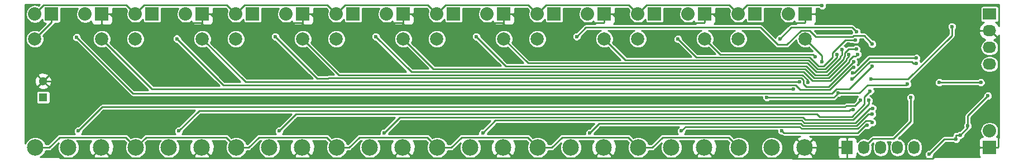
<source format=gbl>
G04 #@! TF.FileFunction,Copper,L2,Bot,Signal*
%FSLAX46Y46*%
G04 Gerber Fmt 4.6, Leading zero omitted, Abs format (unit mm)*
G04 Created by KiCad (PCBNEW 4.0.4-1.fc25-product) date Mon Oct 24 00:38:01 2016*
%MOMM*%
%LPD*%
G01*
G04 APERTURE LIST*
%ADD10C,0.100000*%
%ADD11C,2.499360*%
%ADD12R,1.300000X1.300000*%
%ADD13C,1.300000*%
%ADD14R,2.032000X2.032000*%
%ADD15O,2.032000X2.032000*%
%ADD16R,2.032000X1.727200*%
%ADD17O,2.032000X1.727200*%
%ADD18C,1.998980*%
%ADD19R,1.727200X2.032000*%
%ADD20O,1.727200X2.032000*%
%ADD21C,0.600000*%
%ADD22C,0.250000*%
%ADD23C,0.254000*%
G04 APERTURE END LIST*
D10*
D11*
X25400000Y-86360000D03*
X20398740Y-86360000D03*
X30401260Y-86360000D03*
D12*
X21590000Y-78740000D03*
D13*
X21590000Y-76240000D03*
D14*
X165100000Y-86360000D03*
D15*
X165100000Y-83820000D03*
D16*
X165100000Y-66040000D03*
D17*
X165100000Y-68580000D03*
X165100000Y-71120000D03*
X165100000Y-73660000D03*
D14*
X30480000Y-66040000D03*
D15*
X27940000Y-66040000D03*
D14*
X45720000Y-66040000D03*
D15*
X43180000Y-66040000D03*
D14*
X60960000Y-66040000D03*
D15*
X58420000Y-66040000D03*
D14*
X76200000Y-66040000D03*
D15*
X73660000Y-66040000D03*
D14*
X22860000Y-66040000D03*
D15*
X20320000Y-66040000D03*
D11*
X86360000Y-86360000D03*
X81358740Y-86360000D03*
X91361260Y-86360000D03*
D14*
X91440000Y-66040000D03*
D15*
X88900000Y-66040000D03*
D14*
X38100000Y-66040000D03*
D15*
X35560000Y-66040000D03*
D11*
X40640000Y-86360000D03*
X35638740Y-86360000D03*
X45641260Y-86360000D03*
X101600000Y-86360000D03*
X96598740Y-86360000D03*
X106601260Y-86360000D03*
D14*
X106680000Y-66040000D03*
D15*
X104140000Y-66040000D03*
D14*
X53340000Y-66040000D03*
D15*
X50800000Y-66040000D03*
D11*
X55880000Y-86360000D03*
X50878740Y-86360000D03*
X60881260Y-86360000D03*
X116840000Y-86360000D03*
X111838740Y-86360000D03*
X121841260Y-86360000D03*
D14*
X121920000Y-66040000D03*
D15*
X119380000Y-66040000D03*
D14*
X68580000Y-66040000D03*
D15*
X66040000Y-66040000D03*
D14*
X137160000Y-66040000D03*
D15*
X134620000Y-66040000D03*
D14*
X83820000Y-66040000D03*
D15*
X81280000Y-66040000D03*
D11*
X71120000Y-86360000D03*
X66118740Y-86360000D03*
X76121260Y-86360000D03*
X132080000Y-86360000D03*
X127078740Y-86360000D03*
X137081260Y-86360000D03*
D14*
X99060000Y-66040000D03*
D15*
X96520000Y-66040000D03*
D14*
X114300000Y-66040000D03*
D15*
X111760000Y-66040000D03*
D14*
X129540000Y-66040000D03*
D15*
X127000000Y-66040000D03*
D18*
X20320000Y-69850000D03*
X30480000Y-69850000D03*
X35560000Y-69850000D03*
X45720000Y-69850000D03*
X50800000Y-69850000D03*
X60960000Y-69850000D03*
X66040000Y-69850000D03*
X76200000Y-69850000D03*
X81280000Y-69850000D03*
X91440000Y-69850000D03*
X96520000Y-69850000D03*
X106680000Y-69850000D03*
X111760000Y-69850000D03*
X121920000Y-69850000D03*
X127000000Y-69850000D03*
X137160000Y-69850000D03*
D19*
X143510000Y-86360000D03*
D20*
X146050000Y-86360000D03*
X148590000Y-86360000D03*
X151130000Y-86360000D03*
X153670000Y-86360000D03*
D21*
X161798000Y-83058000D03*
X164846000Y-78486000D03*
X155956000Y-87376000D03*
X157480000Y-76454000D03*
X163764000Y-76454000D03*
X152654000Y-76708000D03*
X142134948Y-78083052D03*
X160020000Y-85090000D03*
X139700000Y-64770000D03*
X160655000Y-84455000D03*
X131330000Y-78740000D03*
X152400000Y-84836000D03*
X142494000Y-68834000D03*
X143764000Y-70612000D03*
X147945002Y-71628000D03*
X22606000Y-84836000D03*
X23368000Y-87122000D03*
X51562000Y-83820000D03*
X53086000Y-85090000D03*
X53848000Y-87122000D03*
X112522000Y-83820000D03*
X113792000Y-85344000D03*
X114300000Y-87122000D03*
X97282000Y-83566000D03*
X99060000Y-85090000D03*
X99060000Y-87122000D03*
X68834000Y-86614000D03*
X84328000Y-86868000D03*
X83820000Y-85090000D03*
X83566000Y-82804000D03*
X76200000Y-82550000D03*
X71120000Y-82296000D03*
X68834000Y-82296000D03*
X59920000Y-82296000D03*
X56896000Y-82296000D03*
X54102000Y-82296000D03*
X44680000Y-82296000D03*
X42672000Y-82042000D03*
X155702000Y-83820000D03*
X157988000Y-82296000D03*
X150368000Y-83312000D03*
X155448000Y-77470000D03*
X154940000Y-84582000D03*
X134366000Y-71374000D03*
X124714000Y-71374000D03*
X121158000Y-71882000D03*
X118618000Y-72390000D03*
X110490000Y-72390000D03*
X103632000Y-72644000D03*
X95758000Y-72644000D03*
X92202000Y-73152000D03*
X88138000Y-73660000D03*
X81280000Y-73660000D03*
X78740000Y-74168000D03*
X76200000Y-74676000D03*
X71374000Y-74676000D03*
X66802000Y-74676000D03*
X64516000Y-75184000D03*
X61976000Y-75692000D03*
X56134000Y-75692000D03*
X52578000Y-75692000D03*
X50292000Y-76200000D03*
X47498000Y-76708000D03*
X38608000Y-76708000D03*
X36322000Y-77470000D03*
X33528000Y-77724000D03*
X25146000Y-82804000D03*
X37084000Y-83820000D03*
X38100000Y-86868000D03*
X159385000Y-66675000D03*
X153035000Y-66040000D03*
X150495000Y-66040000D03*
X31115000Y-83820000D03*
X22225000Y-83185000D03*
X26670000Y-73660000D03*
X143764000Y-78994000D03*
X135890000Y-79365010D03*
X59855546Y-79111010D03*
X44704000Y-79111010D03*
X75087708Y-79111010D03*
X105664000Y-79111010D03*
X90742560Y-79111010D03*
X120733735Y-79111010D03*
X29464000Y-78232000D03*
X147149960Y-75975730D03*
X159385000Y-67945000D03*
X154020918Y-72751121D03*
X144338051Y-74996051D03*
X154001449Y-73582551D03*
X144272000Y-75946000D03*
X135382000Y-77470000D03*
X136248648Y-76394979D03*
X137529751Y-76445031D03*
X143762719Y-72244314D03*
X142752315Y-71445817D03*
X141929372Y-72235214D03*
X138624659Y-72507212D03*
X139711803Y-73272299D03*
X144510307Y-74187384D03*
X41854990Y-69795551D03*
X145074780Y-72181129D03*
X72010551Y-69470551D03*
X147320000Y-70612000D03*
X102490551Y-69470551D03*
X144905861Y-68736979D03*
X133294990Y-69795551D03*
X147284625Y-74020588D03*
X26670000Y-69596000D03*
X144479537Y-73339062D03*
X56770551Y-69470551D03*
X144899454Y-71371556D03*
X87250551Y-69470551D03*
X144780000Y-69986990D03*
X117856000Y-69850000D03*
X145516312Y-79162787D03*
X26924000Y-83820000D03*
X147352299Y-80381313D03*
X88239806Y-84160309D03*
X144389010Y-80601048D03*
X42164000Y-83820000D03*
X147320000Y-81280000D03*
X104458359Y-84160309D03*
X146994611Y-77758099D03*
X57404000Y-83820000D03*
X147320000Y-82550000D03*
X118364000Y-83820000D03*
X146766323Y-79171778D03*
X73280597Y-84160309D03*
X146541154Y-82986989D03*
X133604000Y-83820000D03*
X153162000Y-78740000D03*
D22*
X161798000Y-83058000D02*
X161798000Y-83312000D01*
X161798000Y-83312000D02*
X160655000Y-84455000D01*
X164846000Y-78486000D02*
X161798000Y-81534000D01*
X161798000Y-81534000D02*
X161798000Y-83058000D01*
X160020000Y-85090000D02*
X158242000Y-85090000D01*
X158242000Y-85090000D02*
X155956000Y-87376000D01*
X163764000Y-76454000D02*
X157480000Y-76454000D01*
X146580009Y-76844998D02*
X152517002Y-76844998D01*
X152517002Y-76844998D02*
X152654000Y-76708000D01*
X131330000Y-78740000D02*
X141478000Y-78740000D01*
X141478000Y-78740000D02*
X141834949Y-78383051D01*
X146580009Y-76844998D02*
X145341955Y-78083052D01*
X142559212Y-78083052D02*
X142134948Y-78083052D01*
X145341955Y-78083052D02*
X142559212Y-78083052D01*
X141834949Y-78383051D02*
X142134948Y-78083052D01*
X54315683Y-84785319D02*
X64544059Y-84785319D01*
X52741002Y-86360000D02*
X54315683Y-84785319D01*
X50878740Y-86360000D02*
X52741002Y-86360000D01*
X64869061Y-85110321D02*
X66118740Y-86360000D01*
X64544059Y-84785319D02*
X64869061Y-85110321D01*
X67981002Y-86360000D02*
X69555683Y-84785319D01*
X66118740Y-86360000D02*
X67981002Y-86360000D01*
X79784059Y-84785319D02*
X80109061Y-85110321D01*
X80109061Y-85110321D02*
X81358740Y-86360000D01*
X69555683Y-84785319D02*
X79784059Y-84785319D01*
X110589061Y-85110321D02*
X111838740Y-86360000D01*
X110264059Y-84785319D02*
X110589061Y-85110321D01*
X100289683Y-84785319D02*
X110264059Y-84785319D01*
X96598740Y-86360000D02*
X98715002Y-86360000D01*
X98715002Y-86360000D02*
X100289683Y-84785319D01*
X95349061Y-85110321D02*
X96598740Y-86360000D01*
X95024059Y-84785319D02*
X95349061Y-85110321D01*
X85049683Y-84785319D02*
X95024059Y-84785319D01*
X83475002Y-86360000D02*
X85049683Y-84785319D01*
X81358740Y-86360000D02*
X83475002Y-86360000D01*
X115529685Y-84785319D02*
X125504059Y-84785319D01*
X125504059Y-84785319D02*
X125829061Y-85110321D01*
X113955004Y-86360000D02*
X115529685Y-84785319D01*
X125829061Y-85110321D02*
X127078740Y-86360000D01*
X111838740Y-86360000D02*
X113955004Y-86360000D01*
X34389061Y-85110321D02*
X35638740Y-86360000D01*
X34064059Y-84785319D02*
X34389061Y-85110321D01*
X24089685Y-84785319D02*
X34064059Y-84785319D01*
X22515004Y-86360000D02*
X24089685Y-84785319D01*
X20398740Y-86360000D02*
X22515004Y-86360000D01*
X160020000Y-85090000D02*
X160020000Y-84455000D01*
X127000000Y-66040000D02*
X128341001Y-64698999D01*
X128341001Y-64698999D02*
X139628999Y-64698999D01*
X139628999Y-64698999D02*
X139700000Y-64770000D01*
X160655000Y-84455000D02*
X160020000Y-84455000D01*
X35638740Y-86360000D02*
X37213421Y-84785319D01*
X37213421Y-84785319D02*
X49304059Y-84785319D01*
X49304059Y-84785319D02*
X49629061Y-85110321D01*
X49629061Y-85110321D02*
X50878740Y-86360000D01*
X111760000Y-66040000D02*
X113101001Y-64698999D01*
X113101001Y-64698999D02*
X125658999Y-64698999D01*
X125658999Y-64698999D02*
X125984001Y-65024001D01*
X125984001Y-65024001D02*
X127000000Y-66040000D01*
X96520000Y-66040000D02*
X97861001Y-64698999D01*
X97861001Y-64698999D02*
X110418999Y-64698999D01*
X110418999Y-64698999D02*
X110744001Y-65024001D01*
X110744001Y-65024001D02*
X111760000Y-66040000D01*
X81280000Y-66040000D02*
X82621001Y-64698999D01*
X82621001Y-64698999D02*
X95178999Y-64698999D01*
X95178999Y-64698999D02*
X95504001Y-65024001D01*
X95504001Y-65024001D02*
X96520000Y-66040000D01*
X66040000Y-66040000D02*
X67381001Y-64698999D01*
X67381001Y-64698999D02*
X79938999Y-64698999D01*
X80264001Y-65024001D02*
X81280000Y-66040000D01*
X79938999Y-64698999D02*
X80264001Y-65024001D01*
X50800000Y-66040000D02*
X52141001Y-64698999D01*
X52141001Y-64698999D02*
X64698999Y-64698999D01*
X64698999Y-64698999D02*
X65024001Y-65024001D01*
X65024001Y-65024001D02*
X66040000Y-66040000D01*
X50800000Y-66040000D02*
X49458999Y-64698999D01*
X49458999Y-64698999D02*
X36901001Y-64698999D01*
X36901001Y-64698999D02*
X36575999Y-65024001D01*
X36575999Y-65024001D02*
X35560000Y-66040000D01*
X20320000Y-66040000D02*
X21661001Y-64698999D01*
X21661001Y-64698999D02*
X34218999Y-64698999D01*
X34218999Y-64698999D02*
X34544001Y-65024001D01*
X34544001Y-65024001D02*
X35560000Y-66040000D01*
X154940000Y-84582000D02*
X152654000Y-84582000D01*
X152654000Y-84582000D02*
X152400000Y-84836000D01*
X146558000Y-71628000D02*
X145542000Y-70612000D01*
X145542000Y-70612000D02*
X143764000Y-70612000D01*
X147945002Y-71628000D02*
X146558000Y-71628000D01*
X150495000Y-69723000D02*
X148590000Y-71628000D01*
X148590000Y-71628000D02*
X147945002Y-71628000D01*
X150495000Y-66040000D02*
X150495000Y-69723000D01*
X124460000Y-87934681D02*
X134620000Y-87934681D01*
X134620000Y-87934681D02*
X135506579Y-87934681D01*
X135245001Y-88001001D02*
X135178681Y-87934681D01*
X135178681Y-87934681D02*
X134620000Y-87934681D01*
X139192000Y-88001001D02*
X138722261Y-88001001D01*
X143510000Y-88001001D02*
X139192000Y-88001001D01*
X139192000Y-88001001D02*
X135245001Y-88001001D01*
X123415941Y-87934681D02*
X124460000Y-87934681D01*
X114300000Y-87934681D02*
X119888000Y-87934681D01*
X124460000Y-87934681D02*
X119888000Y-87934681D01*
X119888000Y-87934681D02*
X120266579Y-87934681D01*
X108966000Y-87934681D02*
X114300000Y-87934681D01*
X108175941Y-87934681D02*
X108966000Y-87934681D01*
X99314000Y-87934681D02*
X104394000Y-87934681D01*
X104394000Y-87934681D02*
X105026579Y-87934681D01*
X108966000Y-87934681D02*
X104394000Y-87934681D01*
X93980000Y-87934681D02*
X99060000Y-87934681D01*
X92935941Y-87934681D02*
X93980000Y-87934681D01*
X84455000Y-87934681D02*
X89154000Y-87934681D01*
X89154000Y-87934681D02*
X89786579Y-87934681D01*
X93980000Y-87934681D02*
X89154000Y-87934681D01*
X78486000Y-87934681D02*
X84328000Y-87934681D01*
X77695941Y-87934681D02*
X78486000Y-87934681D01*
X68834000Y-87934681D02*
X74422000Y-87934681D01*
X74422000Y-87934681D02*
X74546579Y-87934681D01*
X78486000Y-87934681D02*
X74422000Y-87934681D01*
X62455941Y-87934681D02*
X65024000Y-87934681D01*
X65024000Y-87934681D02*
X68834000Y-87934681D01*
X59306579Y-87934681D02*
X65024000Y-87934681D01*
X47498000Y-87934681D02*
X53594000Y-87934681D01*
X47215941Y-87934681D02*
X47498000Y-87934681D01*
X38100000Y-87934681D02*
X43942000Y-87934681D01*
X43942000Y-87934681D02*
X44066579Y-87934681D01*
X47498000Y-87934681D02*
X43942000Y-87934681D01*
X32766000Y-87934681D02*
X38100000Y-87934681D01*
X31975941Y-87934681D02*
X32766000Y-87934681D01*
X28826579Y-87934681D02*
X28702000Y-87934681D01*
X28702000Y-87934681D02*
X24180681Y-87934681D01*
X32766000Y-87934681D02*
X28702000Y-87934681D01*
X22606000Y-84836000D02*
X22606000Y-83566000D01*
X22606000Y-83566000D02*
X22225000Y-83185000D01*
X30401260Y-86360000D02*
X28826579Y-87934681D01*
X24180681Y-87934681D02*
X23368000Y-87122000D01*
X53086000Y-85090000D02*
X52832000Y-85090000D01*
X52832000Y-85090000D02*
X51562000Y-83820000D01*
X53848000Y-87934681D02*
X59306579Y-87934681D01*
X53594000Y-87934681D02*
X53848000Y-87934681D01*
X53848000Y-87934681D02*
X53848000Y-87122000D01*
X113792000Y-85344000D02*
X113792000Y-85090000D01*
X113792000Y-85090000D02*
X112522000Y-83820000D01*
X114300000Y-87934681D02*
X114300000Y-87122000D01*
X99060000Y-85090000D02*
X98806000Y-85090000D01*
X98806000Y-85090000D02*
X97282000Y-83566000D01*
X99314000Y-87376000D02*
X99060000Y-87122000D01*
X99060000Y-87934681D02*
X99314000Y-87934681D01*
X99314000Y-87934681D02*
X99314000Y-87376000D01*
X68834000Y-87934681D02*
X68834000Y-86614000D01*
X84328000Y-87934681D02*
X84455000Y-87934681D01*
X84328000Y-86868000D02*
X84328000Y-87934681D01*
X83566000Y-82804000D02*
X83566000Y-84836000D01*
X83566000Y-84836000D02*
X83820000Y-85090000D01*
X76200000Y-82550000D02*
X83312000Y-82550000D01*
X83312000Y-82550000D02*
X83566000Y-82804000D01*
X68834000Y-82296000D02*
X71120000Y-82296000D01*
X54102000Y-82296000D02*
X56896000Y-82296000D01*
X37084000Y-83820000D02*
X40894000Y-83820000D01*
X40894000Y-83820000D02*
X42672000Y-82042000D01*
X152654000Y-88001001D02*
X143510000Y-88001001D01*
X143510000Y-88001001D02*
X143510000Y-86360000D01*
X165100000Y-86360000D02*
X158105001Y-86360000D01*
X158105001Y-86360000D02*
X156464000Y-88001001D01*
X156464000Y-88001001D02*
X152654000Y-88001001D01*
X157988000Y-82296000D02*
X156464000Y-83820000D01*
X156464000Y-83820000D02*
X155702000Y-83820000D01*
X154940000Y-84582000D02*
X154940000Y-77978000D01*
X154940000Y-77978000D02*
X155448000Y-77470000D01*
X137081260Y-86360000D02*
X143510000Y-86360000D01*
X138722261Y-88001001D02*
X138330939Y-87609679D01*
X138330939Y-87609679D02*
X137081260Y-86360000D01*
X124714000Y-71374000D02*
X134366000Y-71374000D01*
X110490000Y-72390000D02*
X118618000Y-72390000D01*
X95758000Y-72644000D02*
X103632000Y-72644000D01*
X81280000Y-73660000D02*
X88138000Y-73660000D01*
X66802000Y-74676000D02*
X71374000Y-74676000D01*
X52578000Y-75692000D02*
X56134000Y-75692000D01*
X25146000Y-82804000D02*
X24765000Y-83185000D01*
X24765000Y-83185000D02*
X22225000Y-83185000D01*
X31115000Y-83820000D02*
X37084000Y-83820000D01*
X38100000Y-87934681D02*
X38100000Y-86868000D01*
X60881260Y-86360000D02*
X62455941Y-87934681D01*
X74546579Y-87934681D02*
X74871581Y-87609679D01*
X74871581Y-87609679D02*
X76121260Y-86360000D01*
X159385000Y-66675000D02*
X161290000Y-68580000D01*
X161290000Y-68580000D02*
X165100000Y-68580000D01*
X150495000Y-66040000D02*
X153035000Y-66040000D01*
X165100000Y-68580000D02*
X165252400Y-68580000D01*
X166441010Y-69768610D02*
X166441010Y-86284990D01*
X165252400Y-68580000D02*
X166441010Y-69768610D01*
X166441010Y-86284990D02*
X166366000Y-86360000D01*
X166366000Y-86360000D02*
X165100000Y-86360000D01*
X21590000Y-76240000D02*
X24090000Y-76240000D01*
X24090000Y-76240000D02*
X26670000Y-73660000D01*
X135890000Y-79365010D02*
X143392990Y-79365010D01*
X143392990Y-79365010D02*
X143764000Y-78994000D01*
X131030006Y-79365010D02*
X135465736Y-79365010D01*
X135465736Y-79365010D02*
X135890000Y-79365010D01*
X120733735Y-79111010D02*
X130776006Y-79111010D01*
X130776006Y-79111010D02*
X131030006Y-79365010D01*
X30343010Y-79111010D02*
X44279736Y-79111010D01*
X59855546Y-79111010D02*
X60279810Y-79111010D01*
X60279810Y-79111010D02*
X75087708Y-79111010D01*
X29464000Y-78232000D02*
X30343010Y-79111010D01*
X105664000Y-79111010D02*
X106088264Y-79111010D01*
X44279736Y-79111010D02*
X44704000Y-79111010D01*
X44704000Y-79111010D02*
X45128264Y-79111010D01*
X106088264Y-79111010D02*
X120733735Y-79111010D01*
X90742560Y-79111010D02*
X91166824Y-79111010D01*
X91166824Y-79111010D02*
X105664000Y-79111010D01*
X75087708Y-79111010D02*
X75511972Y-79111010D01*
X75511972Y-79111010D02*
X90742560Y-79111010D01*
X45128264Y-79111010D02*
X59855546Y-79111010D01*
X137084999Y-67381001D02*
X137160000Y-67306000D01*
X137160000Y-67306000D02*
X137160000Y-66040000D01*
X121841260Y-86360000D02*
X123415941Y-87934681D01*
X135506579Y-87934681D02*
X135831581Y-87609679D01*
X135831581Y-87609679D02*
X137081260Y-86360000D01*
X106601260Y-86360000D02*
X108175941Y-87934681D01*
X120266579Y-87934681D02*
X120591581Y-87609679D01*
X120591581Y-87609679D02*
X121841260Y-86360000D01*
X91361260Y-86360000D02*
X92935941Y-87934681D01*
X105026579Y-87934681D02*
X105351581Y-87609679D01*
X105351581Y-87609679D02*
X106601260Y-86360000D01*
X76121260Y-86360000D02*
X77695941Y-87934681D01*
X89786579Y-87934681D02*
X90111581Y-87609679D01*
X90111581Y-87609679D02*
X91361260Y-86360000D01*
X45641260Y-86360000D02*
X47215941Y-87934681D01*
X59306579Y-87934681D02*
X59631581Y-87609679D01*
X59631581Y-87609679D02*
X60881260Y-86360000D01*
X30401260Y-86360000D02*
X31975941Y-87934681D01*
X44391581Y-87609679D02*
X45641260Y-86360000D01*
X44066579Y-87934681D02*
X44391581Y-87609679D01*
X121920000Y-66040000D02*
X123186000Y-66040000D01*
X123186000Y-66040000D02*
X124527001Y-67381001D01*
X124527001Y-67381001D02*
X137084999Y-67381001D01*
X106680000Y-66040000D02*
X107946000Y-66040000D01*
X107946000Y-66040000D02*
X109287001Y-67381001D01*
X109287001Y-67381001D02*
X121844999Y-67381001D01*
X121844999Y-67381001D02*
X121920000Y-67306000D01*
X121920000Y-67306000D02*
X121920000Y-66040000D01*
X91440000Y-66040000D02*
X92706000Y-66040000D01*
X92706000Y-66040000D02*
X94047001Y-67381001D01*
X106680000Y-67306000D02*
X106680000Y-66040000D01*
X94047001Y-67381001D02*
X106604999Y-67381001D01*
X106604999Y-67381001D02*
X106680000Y-67306000D01*
X76200000Y-66040000D02*
X77466000Y-66040000D01*
X77466000Y-66040000D02*
X78807001Y-67381001D01*
X78807001Y-67381001D02*
X91364999Y-67381001D01*
X91364999Y-67381001D02*
X91440000Y-67306000D01*
X91440000Y-67306000D02*
X91440000Y-66040000D01*
X60960000Y-66040000D02*
X62226000Y-66040000D01*
X76124999Y-67381001D02*
X76200000Y-67306000D01*
X62226000Y-66040000D02*
X63567001Y-67381001D01*
X63567001Y-67381001D02*
X76124999Y-67381001D01*
X76200000Y-67306000D02*
X76200000Y-66040000D01*
X45720000Y-66040000D02*
X46986000Y-66040000D01*
X46986000Y-66040000D02*
X48327001Y-67381001D01*
X48327001Y-67381001D02*
X60884999Y-67381001D01*
X60884999Y-67381001D02*
X60960000Y-67306000D01*
X60960000Y-67306000D02*
X60960000Y-66040000D01*
X30480000Y-66040000D02*
X31746000Y-66040000D01*
X31746000Y-66040000D02*
X33087001Y-67381001D01*
X33087001Y-67381001D02*
X45644999Y-67381001D01*
X45720000Y-67306000D02*
X45720000Y-66040000D01*
X45644999Y-67381001D02*
X45720000Y-67306000D01*
X159385000Y-69306415D02*
X152715685Y-75975730D01*
X159385000Y-67945000D02*
X159385000Y-69306415D01*
X152715685Y-75975730D02*
X147574224Y-75975730D01*
X147574224Y-75975730D02*
X147149960Y-75975730D01*
X144585539Y-74996051D02*
X146830469Y-72751121D01*
X146830469Y-72751121D02*
X153596654Y-72751121D01*
X153596654Y-72751121D02*
X154020918Y-72751121D01*
X144338051Y-74996051D02*
X144585539Y-74996051D01*
X146918948Y-73299052D02*
X153293686Y-73299052D01*
X144272000Y-75946000D02*
X146918948Y-73299052D01*
X153577185Y-73582551D02*
X154001449Y-73582551D01*
X153293686Y-73299052D02*
X153577185Y-73582551D01*
X134874000Y-77470000D02*
X135382000Y-77470000D01*
X91186000Y-77470000D02*
X134874000Y-77470000D01*
X52832000Y-77470000D02*
X91186000Y-77470000D01*
X38100000Y-77470000D02*
X52832000Y-77470000D01*
X30480000Y-69850000D02*
X38100000Y-77470000D01*
X135824384Y-76394979D02*
X136248648Y-76394979D01*
X52264979Y-76394979D02*
X135824384Y-76394979D01*
X45720000Y-69850000D02*
X52264979Y-76394979D01*
X137529751Y-76114667D02*
X137529751Y-76445031D01*
X136735050Y-75319966D02*
X137529751Y-76114667D01*
X66429966Y-75319966D02*
X136735050Y-75319966D01*
X60960000Y-69850000D02*
X66429966Y-75319966D01*
X76200000Y-69850000D02*
X80769944Y-74419944D01*
X138457883Y-75769977D02*
X140729890Y-75769977D01*
X80769944Y-74419944D02*
X137107850Y-74419944D01*
X137107850Y-74419944D02*
X138457883Y-75769977D01*
X143404524Y-73095343D02*
X143404524Y-72852660D01*
X143762719Y-72494465D02*
X143762719Y-72244314D01*
X140729890Y-75769977D02*
X143404524Y-73095343D01*
X143404524Y-72852660D02*
X143762719Y-72494465D01*
X91440000Y-69850000D02*
X95109922Y-73519922D01*
X95109922Y-73519922D02*
X137480650Y-73519922D01*
X138830682Y-74869955D02*
X140357092Y-74869955D01*
X137480650Y-73519922D02*
X138830682Y-74869955D01*
X142687707Y-72296655D02*
X142687707Y-71510425D01*
X140357092Y-74869955D02*
X142504502Y-72722545D01*
X142504502Y-72479860D02*
X142687707Y-72296655D01*
X142504502Y-72722545D02*
X142504502Y-72479860D01*
X142687707Y-71510425D02*
X142752315Y-71445817D01*
X106680000Y-69850000D02*
X109899911Y-73069911D01*
X141929372Y-72659478D02*
X141929372Y-72235214D01*
X140168906Y-74419944D02*
X141929372Y-72659478D01*
X109899911Y-73069911D02*
X137667050Y-73069911D01*
X139017081Y-74419944D02*
X140168906Y-74419944D01*
X137667050Y-73069911D02*
X139017081Y-74419944D01*
X124239889Y-72169889D02*
X138287336Y-72169889D01*
X138324660Y-72207213D02*
X138624659Y-72507212D01*
X138287336Y-72169889D02*
X138324660Y-72207213D01*
X121920000Y-69850000D02*
X124239889Y-72169889D01*
X139711803Y-72848035D02*
X139711803Y-73272299D01*
X137160000Y-69850000D02*
X139711803Y-72401803D01*
X139711803Y-72401803D02*
X139711803Y-72848035D01*
X136364990Y-77527988D02*
X140881112Y-77527988D01*
X140881112Y-77527988D02*
X144221716Y-74187384D01*
X48904438Y-76844999D02*
X135682001Y-76844999D01*
X41854990Y-69795551D02*
X48904438Y-76844999D01*
X144221716Y-74187384D02*
X144510307Y-74187384D01*
X135682001Y-76844999D02*
X136364990Y-77527988D01*
X144774781Y-72481128D02*
X145074780Y-72181129D01*
X144412467Y-72481128D02*
X144774781Y-72481128D01*
X143854535Y-73039060D02*
X144412467Y-72481128D01*
X140916290Y-76219988D02*
X143854535Y-73281743D01*
X143854535Y-73281743D02*
X143854535Y-73039060D01*
X138271483Y-76219988D02*
X140916290Y-76219988D01*
X72010551Y-69470551D02*
X77409955Y-74869955D01*
X136921450Y-74869955D02*
X138271483Y-76219988D01*
X77409955Y-74869955D02*
X136921450Y-74869955D01*
X147020001Y-70312001D02*
X147320000Y-70612000D01*
X146069989Y-69361989D02*
X147020001Y-70312001D01*
X144479999Y-69361989D02*
X146069989Y-69361989D01*
X137795757Y-68525509D02*
X138740799Y-69470551D01*
X136524243Y-68525509D02*
X137795757Y-68525509D01*
X144371437Y-69470551D02*
X144479999Y-69361989D01*
X134329190Y-70720562D02*
X136524243Y-68525509D01*
X130349925Y-68075498D02*
X132994989Y-70720562D01*
X132994989Y-70720562D02*
X134329190Y-70720562D01*
X138740799Y-69470551D02*
X144371437Y-69470551D01*
X103885604Y-68075498D02*
X130349925Y-68075498D01*
X102490551Y-69470551D02*
X103885604Y-68075498D01*
X133294990Y-69795551D02*
X135015043Y-68075498D01*
X144605862Y-68436980D02*
X144905861Y-68736979D01*
X144244380Y-68075498D02*
X144605862Y-68436980D01*
X135015043Y-68075498D02*
X144244380Y-68075498D01*
X141834947Y-77458051D02*
X143847162Y-77458051D01*
X35188998Y-78114998D02*
X141178000Y-78114998D01*
X141178000Y-78114998D02*
X141834947Y-77458051D01*
X26670000Y-69596000D02*
X35188998Y-78114998D01*
X146984626Y-74320587D02*
X147284625Y-74020588D01*
X143847162Y-77458051D02*
X146984626Y-74320587D01*
X136548650Y-75769977D02*
X136873650Y-76094977D01*
X137278799Y-77077977D02*
X140694712Y-77077977D01*
X64816001Y-75809001D02*
X64855025Y-75769977D01*
X140694712Y-77077977D02*
X144133628Y-73639061D01*
X63109001Y-75809001D02*
X64816001Y-75809001D01*
X136873650Y-76094977D02*
X136873650Y-76672828D01*
X144179538Y-73639061D02*
X144479537Y-73339062D01*
X56770551Y-69470551D02*
X63109001Y-75809001D01*
X144133628Y-73639061D02*
X144179538Y-73639061D01*
X136873650Y-76672828D02*
X137278799Y-77077977D01*
X64855025Y-75769977D02*
X136548650Y-75769977D01*
X91749933Y-73969933D02*
X137294250Y-73969933D01*
X143137718Y-72483055D02*
X143137718Y-71944313D01*
X140543491Y-75319966D02*
X142954513Y-72908944D01*
X144475190Y-71371556D02*
X144899454Y-71371556D01*
X87250551Y-69470551D02*
X91749933Y-73969933D01*
X138644283Y-75319966D02*
X140543491Y-75319966D01*
X137294250Y-73969933D02*
X138644283Y-75319966D01*
X142954513Y-72908944D02*
X142954513Y-72666260D01*
X143137718Y-71944313D02*
X143710475Y-71371556D01*
X142954513Y-72666260D02*
X143137718Y-72483055D01*
X143710475Y-71371556D02*
X144475190Y-71371556D01*
X117856000Y-69850000D02*
X120625900Y-72619900D01*
X139203481Y-73969933D02*
X139969486Y-73969933D01*
X139969486Y-73969933D02*
X141304371Y-72635048D01*
X141304371Y-72635048D02*
X141304371Y-71935213D01*
X137853450Y-72619900D02*
X139203481Y-73969933D01*
X120625900Y-72619900D02*
X137853450Y-72619900D01*
X144355736Y-69986990D02*
X144780000Y-69986990D01*
X143252594Y-69986990D02*
X144355736Y-69986990D01*
X141304371Y-71935213D02*
X143252594Y-69986990D01*
X20320000Y-69850000D02*
X22860000Y-67310000D01*
X22860000Y-67310000D02*
X22860000Y-66040000D01*
X145216313Y-79462786D02*
X145516312Y-79162787D01*
X143186003Y-80204989D02*
X143414945Y-79976047D01*
X143414945Y-79976047D02*
X144703052Y-79976047D01*
X137946725Y-80204989D02*
X143186003Y-80204989D01*
X144703052Y-79976047D02*
X145216313Y-79462786D01*
X26924000Y-83820000D02*
X30539011Y-80204989D01*
X30539011Y-80204989D02*
X137946725Y-80204989D01*
X146926400Y-80381313D02*
X146928035Y-80381313D01*
X90162104Y-82238011D02*
X136624197Y-82238011D01*
X88239806Y-84160309D02*
X90162104Y-82238011D01*
X136624197Y-82238011D02*
X136968564Y-82582378D01*
X144725335Y-82582378D02*
X146926400Y-80381313D01*
X136968564Y-82582378D02*
X144725335Y-82582378D01*
X146928035Y-80381313D02*
X147352299Y-80381313D01*
X143964746Y-80601048D02*
X144389010Y-80601048D01*
X143837746Y-80728048D02*
X143964746Y-80601048D01*
X45255952Y-80728048D02*
X143837746Y-80728048D01*
X42164000Y-83820000D02*
X45255952Y-80728048D01*
X144928378Y-83032389D02*
X146680767Y-81280000D01*
X146895736Y-81280000D02*
X147320000Y-81280000D01*
X136782164Y-83032389D02*
X144928378Y-83032389D01*
X136494764Y-82744989D02*
X136782164Y-83032389D01*
X105873679Y-82744989D02*
X136494764Y-82744989D01*
X146680767Y-81280000D02*
X146895736Y-81280000D01*
X104458359Y-84160309D02*
X105873679Y-82744989D01*
X146141322Y-78611388D02*
X146694612Y-78058098D01*
X146694612Y-78058098D02*
X146994611Y-77758099D01*
X139302941Y-81682356D02*
X144232706Y-81682356D01*
X144232706Y-81682356D02*
X146141322Y-79773740D01*
X57404000Y-83820000D02*
X59943999Y-81280001D01*
X146141322Y-79773740D02*
X146141322Y-78611388D01*
X138900586Y-81280001D02*
X139302941Y-81682356D01*
X59943999Y-81280001D02*
X138900586Y-81280001D01*
X118989000Y-83195000D02*
X136308364Y-83195000D01*
X145114779Y-83482400D02*
X146347178Y-82250001D01*
X147020001Y-82250001D02*
X147320000Y-82550000D01*
X146347178Y-82250001D02*
X147020001Y-82250001D01*
X136308364Y-83195000D02*
X136595764Y-83482400D01*
X118364000Y-83820000D02*
X118989000Y-83195000D01*
X136595764Y-83482400D02*
X145114779Y-83482400D01*
X146766323Y-79596042D02*
X146766323Y-79171778D01*
X144419106Y-82132367D02*
X146766323Y-79785150D01*
X146766323Y-79785150D02*
X146766323Y-79596042D01*
X137154963Y-82132367D02*
X144419106Y-82132367D01*
X136810596Y-81788000D02*
X137154963Y-82132367D01*
X75652906Y-81788000D02*
X136810596Y-81788000D01*
X73280597Y-84160309D02*
X75652906Y-81788000D01*
X146246601Y-82986989D02*
X146541154Y-82986989D01*
X145113591Y-84119999D02*
X146246601Y-82986989D01*
X133604000Y-83820000D02*
X133903999Y-84119999D01*
X133903999Y-84119999D02*
X145113591Y-84119999D01*
X146050000Y-86360000D02*
X147391010Y-85018990D01*
X153162000Y-82407980D02*
X153162000Y-79164264D01*
X150550990Y-85018990D02*
X153162000Y-82407980D01*
X147391010Y-85018990D02*
X150550990Y-85018990D01*
X153162000Y-79164264D02*
X153162000Y-78740000D01*
D23*
G36*
X54498383Y-85435088D02*
X54249604Y-86034215D01*
X54249037Y-86682939D01*
X54496771Y-87282499D01*
X54955088Y-87741617D01*
X55117364Y-87809000D01*
X51642062Y-87809000D01*
X51801239Y-87743229D01*
X52260357Y-87284912D01*
X52434304Y-86866000D01*
X52741002Y-86866000D01*
X52934640Y-86827483D01*
X53098798Y-86717796D01*
X54525275Y-85291319D01*
X54642403Y-85291319D01*
X54498383Y-85435088D01*
X54498383Y-85435088D01*
G37*
X54498383Y-85435088D02*
X54249604Y-86034215D01*
X54249037Y-86682939D01*
X54496771Y-87282499D01*
X54955088Y-87741617D01*
X55117364Y-87809000D01*
X51642062Y-87809000D01*
X51801239Y-87743229D01*
X52260357Y-87284912D01*
X52434304Y-86866000D01*
X52741002Y-86866000D01*
X52934640Y-86827483D01*
X53098798Y-86717796D01*
X54525275Y-85291319D01*
X54642403Y-85291319D01*
X54498383Y-85435088D01*
G36*
X115209604Y-86034215D02*
X115209037Y-86682939D01*
X115456771Y-87282499D01*
X115915088Y-87741617D01*
X116077364Y-87809000D01*
X112602062Y-87809000D01*
X112761239Y-87743229D01*
X113220357Y-87284912D01*
X113394304Y-86866000D01*
X113955004Y-86866000D01*
X114148642Y-86827483D01*
X114312800Y-86717796D01*
X115361012Y-85669584D01*
X115209604Y-86034215D01*
X115209604Y-86034215D01*
G37*
X115209604Y-86034215D02*
X115209037Y-86682939D01*
X115456771Y-87282499D01*
X115915088Y-87741617D01*
X116077364Y-87809000D01*
X112602062Y-87809000D01*
X112761239Y-87743229D01*
X113220357Y-87284912D01*
X113394304Y-86866000D01*
X113955004Y-86866000D01*
X114148642Y-86827483D01*
X114312800Y-86717796D01*
X115361012Y-85669584D01*
X115209604Y-86034215D01*
G36*
X43772634Y-85911897D02*
X43743393Y-86661098D01*
X44003085Y-87364461D01*
X44086356Y-87489085D01*
X44394381Y-87606172D01*
X45640553Y-86360000D01*
X45626411Y-86345858D01*
X45627118Y-86345151D01*
X45641260Y-86359293D01*
X45655403Y-86345151D01*
X45656110Y-86345858D01*
X45641967Y-86360000D01*
X46888139Y-87606172D01*
X47196164Y-87489085D01*
X47509886Y-86808103D01*
X47539127Y-86058902D01*
X47279435Y-85355539D01*
X47236525Y-85291319D01*
X49094467Y-85291319D01*
X49421165Y-85618017D01*
X49248344Y-86034215D01*
X49247777Y-86682939D01*
X49495511Y-87282499D01*
X49953828Y-87741617D01*
X50116104Y-87809000D01*
X46810601Y-87809000D01*
X46887432Y-87606879D01*
X45641260Y-86360707D01*
X44395088Y-87606879D01*
X44471919Y-87809000D01*
X41403322Y-87809000D01*
X41562499Y-87743229D01*
X42021617Y-87284912D01*
X42270396Y-86685785D01*
X42270963Y-86037061D01*
X42023229Y-85437501D01*
X41877302Y-85291319D01*
X44058528Y-85291319D01*
X43772634Y-85911897D01*
X43772634Y-85911897D01*
G37*
X43772634Y-85911897D02*
X43743393Y-86661098D01*
X44003085Y-87364461D01*
X44086356Y-87489085D01*
X44394381Y-87606172D01*
X45640553Y-86360000D01*
X45626411Y-86345858D01*
X45627118Y-86345151D01*
X45641260Y-86359293D01*
X45655403Y-86345151D01*
X45656110Y-86345858D01*
X45641967Y-86360000D01*
X46888139Y-87606172D01*
X47196164Y-87489085D01*
X47509886Y-86808103D01*
X47539127Y-86058902D01*
X47279435Y-85355539D01*
X47236525Y-85291319D01*
X49094467Y-85291319D01*
X49421165Y-85618017D01*
X49248344Y-86034215D01*
X49247777Y-86682939D01*
X49495511Y-87282499D01*
X49953828Y-87741617D01*
X50116104Y-87809000D01*
X46810601Y-87809000D01*
X46887432Y-87606879D01*
X45641260Y-86360707D01*
X44395088Y-87606879D01*
X44471919Y-87809000D01*
X41403322Y-87809000D01*
X41562499Y-87743229D01*
X42021617Y-87284912D01*
X42270396Y-86685785D01*
X42270963Y-86037061D01*
X42023229Y-85437501D01*
X41877302Y-85291319D01*
X44058528Y-85291319D01*
X43772634Y-85911897D01*
G36*
X104732634Y-85911897D02*
X104703393Y-86661098D01*
X104963085Y-87364461D01*
X105046356Y-87489085D01*
X105354381Y-87606172D01*
X106600553Y-86360000D01*
X106586411Y-86345858D01*
X106587118Y-86345151D01*
X106601260Y-86359293D01*
X106615403Y-86345151D01*
X106616110Y-86345858D01*
X106601967Y-86360000D01*
X107848139Y-87606172D01*
X108156164Y-87489085D01*
X108469886Y-86808103D01*
X108499127Y-86058902D01*
X108239435Y-85355539D01*
X108196525Y-85291319D01*
X110054467Y-85291319D01*
X110381165Y-85618017D01*
X110208344Y-86034215D01*
X110207777Y-86682939D01*
X110455511Y-87282499D01*
X110913828Y-87741617D01*
X111076104Y-87809000D01*
X107770601Y-87809000D01*
X107847432Y-87606879D01*
X106601260Y-86360707D01*
X105355088Y-87606879D01*
X105431919Y-87809000D01*
X102363322Y-87809000D01*
X102522499Y-87743229D01*
X102981617Y-87284912D01*
X103230396Y-86685785D01*
X103230963Y-86037061D01*
X102983229Y-85437501D01*
X102837302Y-85291319D01*
X105018528Y-85291319D01*
X104732634Y-85911897D01*
X104732634Y-85911897D01*
G37*
X104732634Y-85911897D02*
X104703393Y-86661098D01*
X104963085Y-87364461D01*
X105046356Y-87489085D01*
X105354381Y-87606172D01*
X106600553Y-86360000D01*
X106586411Y-86345858D01*
X106587118Y-86345151D01*
X106601260Y-86359293D01*
X106615403Y-86345151D01*
X106616110Y-86345858D01*
X106601967Y-86360000D01*
X107848139Y-87606172D01*
X108156164Y-87489085D01*
X108469886Y-86808103D01*
X108499127Y-86058902D01*
X108239435Y-85355539D01*
X108196525Y-85291319D01*
X110054467Y-85291319D01*
X110381165Y-85618017D01*
X110208344Y-86034215D01*
X110207777Y-86682939D01*
X110455511Y-87282499D01*
X110913828Y-87741617D01*
X111076104Y-87809000D01*
X107770601Y-87809000D01*
X107847432Y-87606879D01*
X106601260Y-86360707D01*
X105355088Y-87606879D01*
X105431919Y-87809000D01*
X102363322Y-87809000D01*
X102522499Y-87743229D01*
X102981617Y-87284912D01*
X103230396Y-86685785D01*
X103230963Y-86037061D01*
X102983229Y-85437501D01*
X102837302Y-85291319D01*
X105018528Y-85291319D01*
X104732634Y-85911897D01*
G36*
X99969604Y-86034215D02*
X99969037Y-86682939D01*
X100216771Y-87282499D01*
X100675088Y-87741617D01*
X100837364Y-87809000D01*
X97362062Y-87809000D01*
X97521239Y-87743229D01*
X97980357Y-87284912D01*
X98154304Y-86866000D01*
X98715002Y-86866000D01*
X98908640Y-86827483D01*
X99072798Y-86717796D01*
X100121013Y-85669581D01*
X99969604Y-86034215D01*
X99969604Y-86034215D01*
G37*
X99969604Y-86034215D02*
X99969037Y-86682939D01*
X100216771Y-87282499D01*
X100675088Y-87741617D01*
X100837364Y-87809000D01*
X97362062Y-87809000D01*
X97521239Y-87743229D01*
X97980357Y-87284912D01*
X98154304Y-86866000D01*
X98715002Y-86866000D01*
X98908640Y-86827483D01*
X99072798Y-86717796D01*
X100121013Y-85669581D01*
X99969604Y-86034215D01*
G36*
X89492634Y-85911897D02*
X89463393Y-86661098D01*
X89723085Y-87364461D01*
X89806356Y-87489085D01*
X90114381Y-87606172D01*
X91360553Y-86360000D01*
X91346411Y-86345858D01*
X91347118Y-86345151D01*
X91361260Y-86359293D01*
X91375403Y-86345151D01*
X91376110Y-86345858D01*
X91361967Y-86360000D01*
X92608139Y-87606172D01*
X92916164Y-87489085D01*
X93229886Y-86808103D01*
X93259127Y-86058902D01*
X92999435Y-85355539D01*
X92956525Y-85291319D01*
X94814467Y-85291319D01*
X95141165Y-85618017D01*
X94968344Y-86034215D01*
X94967777Y-86682939D01*
X95215511Y-87282499D01*
X95673828Y-87741617D01*
X95836104Y-87809000D01*
X92530601Y-87809000D01*
X92607432Y-87606879D01*
X91361260Y-86360707D01*
X90115088Y-87606879D01*
X90191919Y-87809000D01*
X87123322Y-87809000D01*
X87282499Y-87743229D01*
X87741617Y-87284912D01*
X87990396Y-86685785D01*
X87990963Y-86037061D01*
X87743229Y-85437501D01*
X87597302Y-85291319D01*
X89778528Y-85291319D01*
X89492634Y-85911897D01*
X89492634Y-85911897D01*
G37*
X89492634Y-85911897D02*
X89463393Y-86661098D01*
X89723085Y-87364461D01*
X89806356Y-87489085D01*
X90114381Y-87606172D01*
X91360553Y-86360000D01*
X91346411Y-86345858D01*
X91347118Y-86345151D01*
X91361260Y-86359293D01*
X91375403Y-86345151D01*
X91376110Y-86345858D01*
X91361967Y-86360000D01*
X92608139Y-87606172D01*
X92916164Y-87489085D01*
X93229886Y-86808103D01*
X93259127Y-86058902D01*
X92999435Y-85355539D01*
X92956525Y-85291319D01*
X94814467Y-85291319D01*
X95141165Y-85618017D01*
X94968344Y-86034215D01*
X94967777Y-86682939D01*
X95215511Y-87282499D01*
X95673828Y-87741617D01*
X95836104Y-87809000D01*
X92530601Y-87809000D01*
X92607432Y-87606879D01*
X91361260Y-86360707D01*
X90115088Y-87606879D01*
X90191919Y-87809000D01*
X87123322Y-87809000D01*
X87282499Y-87743229D01*
X87741617Y-87284912D01*
X87990396Y-86685785D01*
X87990963Y-86037061D01*
X87743229Y-85437501D01*
X87597302Y-85291319D01*
X89778528Y-85291319D01*
X89492634Y-85911897D01*
G36*
X23769604Y-86034215D02*
X23769037Y-86682939D01*
X24016771Y-87282499D01*
X24475088Y-87741617D01*
X24637364Y-87809000D01*
X21162062Y-87809000D01*
X21321239Y-87743229D01*
X21780357Y-87284912D01*
X21954304Y-86866000D01*
X22515004Y-86866000D01*
X22708642Y-86827483D01*
X22872800Y-86717796D01*
X23921012Y-85669584D01*
X23769604Y-86034215D01*
X23769604Y-86034215D01*
G37*
X23769604Y-86034215D02*
X23769037Y-86682939D01*
X24016771Y-87282499D01*
X24475088Y-87741617D01*
X24637364Y-87809000D01*
X21162062Y-87809000D01*
X21321239Y-87743229D01*
X21780357Y-87284912D01*
X21954304Y-86866000D01*
X22515004Y-86866000D01*
X22708642Y-86827483D01*
X22872800Y-86717796D01*
X23921012Y-85669584D01*
X23769604Y-86034215D01*
G36*
X39258383Y-85435088D02*
X39009604Y-86034215D01*
X39009037Y-86682939D01*
X39256771Y-87282499D01*
X39715088Y-87741617D01*
X39877364Y-87809000D01*
X36402062Y-87809000D01*
X36561239Y-87743229D01*
X37020357Y-87284912D01*
X37269136Y-86685785D01*
X37269703Y-86037061D01*
X37096486Y-85617846D01*
X37423013Y-85291319D01*
X39402403Y-85291319D01*
X39258383Y-85435088D01*
X39258383Y-85435088D01*
G37*
X39258383Y-85435088D02*
X39009604Y-86034215D01*
X39009037Y-86682939D01*
X39256771Y-87282499D01*
X39715088Y-87741617D01*
X39877364Y-87809000D01*
X36402062Y-87809000D01*
X36561239Y-87743229D01*
X37020357Y-87284912D01*
X37269136Y-86685785D01*
X37269703Y-86037061D01*
X37096486Y-85617846D01*
X37423013Y-85291319D01*
X39402403Y-85291319D01*
X39258383Y-85435088D01*
G36*
X119972634Y-85911897D02*
X119943393Y-86661098D01*
X120203085Y-87364461D01*
X120286356Y-87489085D01*
X120594381Y-87606172D01*
X121840553Y-86360000D01*
X121826411Y-86345858D01*
X121827118Y-86345151D01*
X121841260Y-86359293D01*
X121855403Y-86345151D01*
X121856110Y-86345858D01*
X121841967Y-86360000D01*
X123088139Y-87606172D01*
X123396164Y-87489085D01*
X123709886Y-86808103D01*
X123739127Y-86058902D01*
X123479435Y-85355539D01*
X123436525Y-85291319D01*
X125294467Y-85291319D01*
X125621165Y-85618017D01*
X125448344Y-86034215D01*
X125447777Y-86682939D01*
X125695511Y-87282499D01*
X126153828Y-87741617D01*
X126316104Y-87809000D01*
X123010601Y-87809000D01*
X123087432Y-87606879D01*
X121841260Y-86360707D01*
X120595088Y-87606879D01*
X120671919Y-87809000D01*
X117603322Y-87809000D01*
X117762499Y-87743229D01*
X118221617Y-87284912D01*
X118470396Y-86685785D01*
X118470963Y-86037061D01*
X118223229Y-85437501D01*
X118077302Y-85291319D01*
X120258528Y-85291319D01*
X119972634Y-85911897D01*
X119972634Y-85911897D01*
G37*
X119972634Y-85911897D02*
X119943393Y-86661098D01*
X120203085Y-87364461D01*
X120286356Y-87489085D01*
X120594381Y-87606172D01*
X121840553Y-86360000D01*
X121826411Y-86345858D01*
X121827118Y-86345151D01*
X121841260Y-86359293D01*
X121855403Y-86345151D01*
X121856110Y-86345858D01*
X121841967Y-86360000D01*
X123088139Y-87606172D01*
X123396164Y-87489085D01*
X123709886Y-86808103D01*
X123739127Y-86058902D01*
X123479435Y-85355539D01*
X123436525Y-85291319D01*
X125294467Y-85291319D01*
X125621165Y-85618017D01*
X125448344Y-86034215D01*
X125447777Y-86682939D01*
X125695511Y-87282499D01*
X126153828Y-87741617D01*
X126316104Y-87809000D01*
X123010601Y-87809000D01*
X123087432Y-87606879D01*
X121841260Y-86360707D01*
X120595088Y-87606879D01*
X120671919Y-87809000D01*
X117603322Y-87809000D01*
X117762499Y-87743229D01*
X118221617Y-87284912D01*
X118470396Y-86685785D01*
X118470963Y-86037061D01*
X118223229Y-85437501D01*
X118077302Y-85291319D01*
X120258528Y-85291319D01*
X119972634Y-85911897D01*
G36*
X59012634Y-85911897D02*
X58983393Y-86661098D01*
X59243085Y-87364461D01*
X59326356Y-87489085D01*
X59634381Y-87606172D01*
X60880553Y-86360000D01*
X60866411Y-86345858D01*
X60867118Y-86345151D01*
X60881260Y-86359293D01*
X60895403Y-86345151D01*
X60896110Y-86345858D01*
X60881967Y-86360000D01*
X62128139Y-87606172D01*
X62436164Y-87489085D01*
X62749886Y-86808103D01*
X62779127Y-86058902D01*
X62519435Y-85355539D01*
X62476525Y-85291319D01*
X64334467Y-85291319D01*
X64661165Y-85618017D01*
X64488344Y-86034215D01*
X64487777Y-86682939D01*
X64735511Y-87282499D01*
X65193828Y-87741617D01*
X65356104Y-87809000D01*
X62050601Y-87809000D01*
X62127432Y-87606879D01*
X60881260Y-86360707D01*
X59635088Y-87606879D01*
X59711919Y-87809000D01*
X56643322Y-87809000D01*
X56802499Y-87743229D01*
X57261617Y-87284912D01*
X57510396Y-86685785D01*
X57510963Y-86037061D01*
X57263229Y-85437501D01*
X57117302Y-85291319D01*
X59298528Y-85291319D01*
X59012634Y-85911897D01*
X59012634Y-85911897D01*
G37*
X59012634Y-85911897D02*
X58983393Y-86661098D01*
X59243085Y-87364461D01*
X59326356Y-87489085D01*
X59634381Y-87606172D01*
X60880553Y-86360000D01*
X60866411Y-86345858D01*
X60867118Y-86345151D01*
X60881260Y-86359293D01*
X60895403Y-86345151D01*
X60896110Y-86345858D01*
X60881967Y-86360000D01*
X62128139Y-87606172D01*
X62436164Y-87489085D01*
X62749886Y-86808103D01*
X62779127Y-86058902D01*
X62519435Y-85355539D01*
X62476525Y-85291319D01*
X64334467Y-85291319D01*
X64661165Y-85618017D01*
X64488344Y-86034215D01*
X64487777Y-86682939D01*
X64735511Y-87282499D01*
X65193828Y-87741617D01*
X65356104Y-87809000D01*
X62050601Y-87809000D01*
X62127432Y-87606879D01*
X60881260Y-86360707D01*
X59635088Y-87606879D01*
X59711919Y-87809000D01*
X56643322Y-87809000D01*
X56802499Y-87743229D01*
X57261617Y-87284912D01*
X57510396Y-86685785D01*
X57510963Y-86037061D01*
X57263229Y-85437501D01*
X57117302Y-85291319D01*
X59298528Y-85291319D01*
X59012634Y-85911897D01*
G36*
X84729604Y-86034215D02*
X84729037Y-86682939D01*
X84976771Y-87282499D01*
X85435088Y-87741617D01*
X85597364Y-87809000D01*
X82122062Y-87809000D01*
X82281239Y-87743229D01*
X82740357Y-87284912D01*
X82914304Y-86866000D01*
X83475002Y-86866000D01*
X83668640Y-86827483D01*
X83832798Y-86717796D01*
X84881013Y-85669581D01*
X84729604Y-86034215D01*
X84729604Y-86034215D01*
G37*
X84729604Y-86034215D02*
X84729037Y-86682939D01*
X84976771Y-87282499D01*
X85435088Y-87741617D01*
X85597364Y-87809000D01*
X82122062Y-87809000D01*
X82281239Y-87743229D01*
X82740357Y-87284912D01*
X82914304Y-86866000D01*
X83475002Y-86866000D01*
X83668640Y-86827483D01*
X83832798Y-86717796D01*
X84881013Y-85669581D01*
X84729604Y-86034215D01*
G36*
X74252634Y-85911897D02*
X74223393Y-86661098D01*
X74483085Y-87364461D01*
X74566356Y-87489085D01*
X74874381Y-87606172D01*
X76120553Y-86360000D01*
X76106411Y-86345858D01*
X76107118Y-86345151D01*
X76121260Y-86359293D01*
X76135403Y-86345151D01*
X76136110Y-86345858D01*
X76121967Y-86360000D01*
X77368139Y-87606172D01*
X77676164Y-87489085D01*
X77989886Y-86808103D01*
X78019127Y-86058902D01*
X77759435Y-85355539D01*
X77716525Y-85291319D01*
X79574467Y-85291319D01*
X79901165Y-85618017D01*
X79728344Y-86034215D01*
X79727777Y-86682939D01*
X79975511Y-87282499D01*
X80433828Y-87741617D01*
X80596104Y-87809000D01*
X77290601Y-87809000D01*
X77367432Y-87606879D01*
X76121260Y-86360707D01*
X74875088Y-87606879D01*
X74951919Y-87809000D01*
X71883322Y-87809000D01*
X72042499Y-87743229D01*
X72501617Y-87284912D01*
X72750396Y-86685785D01*
X72750963Y-86037061D01*
X72503229Y-85437501D01*
X72357302Y-85291319D01*
X74538528Y-85291319D01*
X74252634Y-85911897D01*
X74252634Y-85911897D01*
G37*
X74252634Y-85911897D02*
X74223393Y-86661098D01*
X74483085Y-87364461D01*
X74566356Y-87489085D01*
X74874381Y-87606172D01*
X76120553Y-86360000D01*
X76106411Y-86345858D01*
X76107118Y-86345151D01*
X76121260Y-86359293D01*
X76135403Y-86345151D01*
X76136110Y-86345858D01*
X76121967Y-86360000D01*
X77368139Y-87606172D01*
X77676164Y-87489085D01*
X77989886Y-86808103D01*
X78019127Y-86058902D01*
X77759435Y-85355539D01*
X77716525Y-85291319D01*
X79574467Y-85291319D01*
X79901165Y-85618017D01*
X79728344Y-86034215D01*
X79727777Y-86682939D01*
X79975511Y-87282499D01*
X80433828Y-87741617D01*
X80596104Y-87809000D01*
X77290601Y-87809000D01*
X77367432Y-87606879D01*
X76121260Y-86360707D01*
X74875088Y-87606879D01*
X74951919Y-87809000D01*
X71883322Y-87809000D01*
X72042499Y-87743229D01*
X72501617Y-87284912D01*
X72750396Y-86685785D01*
X72750963Y-86037061D01*
X72503229Y-85437501D01*
X72357302Y-85291319D01*
X74538528Y-85291319D01*
X74252634Y-85911897D01*
G36*
X69738383Y-85435088D02*
X69489604Y-86034215D01*
X69489037Y-86682939D01*
X69736771Y-87282499D01*
X70195088Y-87741617D01*
X70357364Y-87809000D01*
X66882062Y-87809000D01*
X67041239Y-87743229D01*
X67500357Y-87284912D01*
X67674304Y-86866000D01*
X67981002Y-86866000D01*
X68174640Y-86827483D01*
X68338798Y-86717796D01*
X69765275Y-85291319D01*
X69882403Y-85291319D01*
X69738383Y-85435088D01*
X69738383Y-85435088D01*
G37*
X69738383Y-85435088D02*
X69489604Y-86034215D01*
X69489037Y-86682939D01*
X69736771Y-87282499D01*
X70195088Y-87741617D01*
X70357364Y-87809000D01*
X66882062Y-87809000D01*
X67041239Y-87743229D01*
X67500357Y-87284912D01*
X67674304Y-86866000D01*
X67981002Y-86866000D01*
X68174640Y-86827483D01*
X68338798Y-86717796D01*
X69765275Y-85291319D01*
X69882403Y-85291319D01*
X69738383Y-85435088D01*
G36*
X28532634Y-85911897D02*
X28503393Y-86661098D01*
X28763085Y-87364461D01*
X28846356Y-87489085D01*
X29154381Y-87606172D01*
X30400553Y-86360000D01*
X30386411Y-86345858D01*
X30387118Y-86345151D01*
X30401260Y-86359293D01*
X30415403Y-86345151D01*
X30416110Y-86345858D01*
X30401967Y-86360000D01*
X31648139Y-87606172D01*
X31956164Y-87489085D01*
X32269886Y-86808103D01*
X32299127Y-86058902D01*
X32039435Y-85355539D01*
X31996525Y-85291319D01*
X33854467Y-85291319D01*
X34181165Y-85618017D01*
X34008344Y-86034215D01*
X34007777Y-86682939D01*
X34255511Y-87282499D01*
X34713828Y-87741617D01*
X34876104Y-87809000D01*
X31570601Y-87809000D01*
X31647432Y-87606879D01*
X30401260Y-86360707D01*
X29155088Y-87606879D01*
X29231919Y-87809000D01*
X26163322Y-87809000D01*
X26322499Y-87743229D01*
X26781617Y-87284912D01*
X27030396Y-86685785D01*
X27030963Y-86037061D01*
X26783229Y-85437501D01*
X26637302Y-85291319D01*
X28818528Y-85291319D01*
X28532634Y-85911897D01*
X28532634Y-85911897D01*
G37*
X28532634Y-85911897D02*
X28503393Y-86661098D01*
X28763085Y-87364461D01*
X28846356Y-87489085D01*
X29154381Y-87606172D01*
X30400553Y-86360000D01*
X30386411Y-86345858D01*
X30387118Y-86345151D01*
X30401260Y-86359293D01*
X30415403Y-86345151D01*
X30416110Y-86345858D01*
X30401967Y-86360000D01*
X31648139Y-87606172D01*
X31956164Y-87489085D01*
X32269886Y-86808103D01*
X32299127Y-86058902D01*
X32039435Y-85355539D01*
X31996525Y-85291319D01*
X33854467Y-85291319D01*
X34181165Y-85618017D01*
X34008344Y-86034215D01*
X34007777Y-86682939D01*
X34255511Y-87282499D01*
X34713828Y-87741617D01*
X34876104Y-87809000D01*
X31570601Y-87809000D01*
X31647432Y-87606879D01*
X30401260Y-86360707D01*
X29155088Y-87606879D01*
X29231919Y-87809000D01*
X26163322Y-87809000D01*
X26322499Y-87743229D01*
X26781617Y-87284912D01*
X27030396Y-86685785D01*
X27030963Y-86037061D01*
X26783229Y-85437501D01*
X26637302Y-85291319D01*
X28818528Y-85291319D01*
X28532634Y-85911897D01*
G36*
X166549000Y-67874999D02*
X166312424Y-67520683D01*
X165970518Y-67292064D01*
X166116000Y-67292064D01*
X166257190Y-67265497D01*
X166386865Y-67182054D01*
X166473859Y-67054734D01*
X166504464Y-66903600D01*
X166504464Y-65176400D01*
X166477897Y-65035210D01*
X166394454Y-64905535D01*
X166267134Y-64818541D01*
X166116000Y-64787936D01*
X164084000Y-64787936D01*
X163942810Y-64814503D01*
X163813135Y-64897946D01*
X163726141Y-65025266D01*
X163695536Y-65176400D01*
X163695536Y-66903600D01*
X163722103Y-67044790D01*
X163805546Y-67174465D01*
X163932866Y-67261459D01*
X164084000Y-67292064D01*
X164229482Y-67292064D01*
X163887576Y-67520683D01*
X163562882Y-68006972D01*
X163467528Y-68345073D01*
X163607750Y-68579500D01*
X165099500Y-68579500D01*
X165099500Y-68559500D01*
X165100500Y-68559500D01*
X165100500Y-68579500D01*
X165120500Y-68579500D01*
X165120500Y-68580500D01*
X165100500Y-68580500D01*
X165100500Y-68600500D01*
X165099500Y-68600500D01*
X165099500Y-68580500D01*
X163607750Y-68580500D01*
X163467528Y-68814927D01*
X163562882Y-69153028D01*
X163887576Y-69639317D01*
X164373649Y-69964335D01*
X164434488Y-69976458D01*
X164040166Y-70239935D01*
X163770371Y-70643712D01*
X163675631Y-71120000D01*
X163770371Y-71596288D01*
X164040166Y-72000065D01*
X164443943Y-72269860D01*
X164920231Y-72364600D01*
X165279769Y-72364600D01*
X165756057Y-72269860D01*
X166159834Y-72000065D01*
X166429629Y-71596288D01*
X166524369Y-71120000D01*
X166429629Y-70643712D01*
X166159834Y-70239935D01*
X165765512Y-69976458D01*
X165826351Y-69964335D01*
X166312424Y-69639317D01*
X166549000Y-69285001D01*
X166549000Y-84878975D01*
X166475698Y-84805673D01*
X166242309Y-84709000D01*
X166181232Y-84709000D01*
X166418029Y-84354609D01*
X166524369Y-83820000D01*
X166418029Y-83285391D01*
X166115197Y-82832172D01*
X165661978Y-82529340D01*
X165127369Y-82423000D01*
X165072631Y-82423000D01*
X164538022Y-82529340D01*
X164084803Y-82832172D01*
X163781971Y-83285391D01*
X163675631Y-83820000D01*
X163781971Y-84354609D01*
X164018768Y-84709000D01*
X163957691Y-84709000D01*
X163724302Y-84805673D01*
X163545673Y-84984301D01*
X163449000Y-85217690D01*
X163449000Y-86200750D01*
X163607750Y-86359500D01*
X165099500Y-86359500D01*
X165099500Y-86339500D01*
X165100500Y-86339500D01*
X165100500Y-86359500D01*
X165120500Y-86359500D01*
X165120500Y-86360500D01*
X165100500Y-86360500D01*
X165100500Y-86380500D01*
X165099500Y-86380500D01*
X165099500Y-86360500D01*
X163607750Y-86360500D01*
X163449000Y-86519250D01*
X163449000Y-87502310D01*
X163545673Y-87735699D01*
X163618974Y-87809000D01*
X156486165Y-87809000D01*
X156532987Y-87762259D01*
X156636882Y-87512054D01*
X156636970Y-87410622D01*
X158451592Y-85596000D01*
X159562877Y-85596000D01*
X159633741Y-85666987D01*
X159883946Y-85770882D01*
X160154865Y-85771118D01*
X160405252Y-85667661D01*
X160596987Y-85476259D01*
X160700882Y-85226054D01*
X160700960Y-85136041D01*
X160789865Y-85136118D01*
X161040252Y-85032661D01*
X161231987Y-84841259D01*
X161335882Y-84591054D01*
X161335970Y-84489622D01*
X162155796Y-83669796D01*
X162176832Y-83638314D01*
X162183252Y-83635661D01*
X162374987Y-83444259D01*
X162478882Y-83194054D01*
X162479118Y-82923135D01*
X162375661Y-82672748D01*
X162304000Y-82600962D01*
X162304000Y-81743592D01*
X164880561Y-79167031D01*
X164980865Y-79167118D01*
X165231252Y-79063661D01*
X165422987Y-78872259D01*
X165526882Y-78622054D01*
X165527118Y-78351135D01*
X165423661Y-78100748D01*
X165232259Y-77909013D01*
X164982054Y-77805118D01*
X164711135Y-77804882D01*
X164460748Y-77908339D01*
X164269013Y-78099741D01*
X164165118Y-78349946D01*
X164165030Y-78451378D01*
X161440204Y-81176204D01*
X161330517Y-81340362D01*
X161292000Y-81534000D01*
X161292000Y-82600877D01*
X161221013Y-82671741D01*
X161117118Y-82921946D01*
X161116882Y-83192865D01*
X161141635Y-83252773D01*
X160620439Y-83773969D01*
X160520135Y-83773882D01*
X160269748Y-83877339D01*
X160197962Y-83949000D01*
X160020000Y-83949000D01*
X159826362Y-83987517D01*
X159662204Y-84097204D01*
X159552517Y-84261362D01*
X159514000Y-84455000D01*
X159514000Y-84584000D01*
X158242000Y-84584000D01*
X158048362Y-84622517D01*
X157884204Y-84732204D01*
X155921439Y-86694969D01*
X155821135Y-86694882D01*
X155570748Y-86798339D01*
X155379013Y-86989741D01*
X155275118Y-87239946D01*
X155274882Y-87510865D01*
X155378339Y-87761252D01*
X155426004Y-87809000D01*
X144838625Y-87809000D01*
X144911927Y-87735698D01*
X145008600Y-87502309D01*
X145008600Y-87178379D01*
X145169935Y-87419834D01*
X145573712Y-87689629D01*
X146050000Y-87784369D01*
X146526288Y-87689629D01*
X146930065Y-87419834D01*
X147199860Y-87016057D01*
X147294600Y-86539769D01*
X147294600Y-86180231D01*
X147236657Y-85888935D01*
X147477375Y-85648217D01*
X147440140Y-85703943D01*
X147345400Y-86180231D01*
X147345400Y-86539769D01*
X147440140Y-87016057D01*
X147709935Y-87419834D01*
X148113712Y-87689629D01*
X148590000Y-87784369D01*
X149066288Y-87689629D01*
X149470065Y-87419834D01*
X149739860Y-87016057D01*
X149834600Y-86539769D01*
X149834600Y-86180231D01*
X149739860Y-85703943D01*
X149620288Y-85524990D01*
X150099712Y-85524990D01*
X149980140Y-85703943D01*
X149885400Y-86180231D01*
X149885400Y-86539769D01*
X149980140Y-87016057D01*
X150249935Y-87419834D01*
X150653712Y-87689629D01*
X151130000Y-87784369D01*
X151606288Y-87689629D01*
X152010065Y-87419834D01*
X152279860Y-87016057D01*
X152374600Y-86539769D01*
X152374600Y-86180231D01*
X152425400Y-86180231D01*
X152425400Y-86539769D01*
X152520140Y-87016057D01*
X152789935Y-87419834D01*
X153193712Y-87689629D01*
X153670000Y-87784369D01*
X154146288Y-87689629D01*
X154550065Y-87419834D01*
X154819860Y-87016057D01*
X154914600Y-86539769D01*
X154914600Y-86180231D01*
X154819860Y-85703943D01*
X154550065Y-85300166D01*
X154146288Y-85030371D01*
X153670000Y-84935631D01*
X153193712Y-85030371D01*
X152789935Y-85300166D01*
X152520140Y-85703943D01*
X152425400Y-86180231D01*
X152374600Y-86180231D01*
X152279860Y-85703943D01*
X152010065Y-85300166D01*
X151606288Y-85030371D01*
X151313450Y-84972122D01*
X153519796Y-82765776D01*
X153571096Y-82689000D01*
X153629483Y-82601618D01*
X153668000Y-82407980D01*
X153668000Y-79197123D01*
X153738987Y-79126259D01*
X153842882Y-78876054D01*
X153843118Y-78605135D01*
X153739661Y-78354748D01*
X153548259Y-78163013D01*
X153298054Y-78059118D01*
X153027135Y-78058882D01*
X152776748Y-78162339D01*
X152585013Y-78353741D01*
X152481118Y-78603946D01*
X152480882Y-78874865D01*
X152584339Y-79125252D01*
X152656000Y-79197038D01*
X152656000Y-82198388D01*
X150341398Y-84512990D01*
X147391010Y-84512990D01*
X147197372Y-84551507D01*
X147085887Y-84625999D01*
X147033214Y-84661194D01*
X146608863Y-85085545D01*
X146526288Y-85030371D01*
X146050000Y-84935631D01*
X145573712Y-85030371D01*
X145169935Y-85300166D01*
X145008600Y-85541621D01*
X145008600Y-85217691D01*
X144911927Y-84984302D01*
X144733299Y-84805673D01*
X144499910Y-84709000D01*
X143669250Y-84709000D01*
X143510500Y-84867750D01*
X143510500Y-86359500D01*
X143530500Y-86359500D01*
X143530500Y-86360500D01*
X143510500Y-86360500D01*
X143510500Y-86380500D01*
X143509500Y-86380500D01*
X143509500Y-86360500D01*
X142170150Y-86360500D01*
X142011400Y-86519250D01*
X142011400Y-87502309D01*
X142108073Y-87735698D01*
X142181375Y-87809000D01*
X138250601Y-87809000D01*
X138327432Y-87606879D01*
X137081260Y-86360707D01*
X135835088Y-87606879D01*
X135911919Y-87809000D01*
X132843322Y-87809000D01*
X133002499Y-87743229D01*
X133461617Y-87284912D01*
X133710396Y-86685785D01*
X133710417Y-86661098D01*
X135183393Y-86661098D01*
X135443085Y-87364461D01*
X135526356Y-87489085D01*
X135834381Y-87606172D01*
X137080553Y-86360000D01*
X137081967Y-86360000D01*
X138328139Y-87606172D01*
X138636164Y-87489085D01*
X138949886Y-86808103D01*
X138979127Y-86058902D01*
X138719435Y-85355539D01*
X138636164Y-85230915D01*
X138601376Y-85217691D01*
X142011400Y-85217691D01*
X142011400Y-86200750D01*
X142170150Y-86359500D01*
X143509500Y-86359500D01*
X143509500Y-84867750D01*
X143350750Y-84709000D01*
X142520090Y-84709000D01*
X142286701Y-84805673D01*
X142108073Y-84984302D01*
X142011400Y-85217691D01*
X138601376Y-85217691D01*
X138328139Y-85113828D01*
X137081967Y-86360000D01*
X137080553Y-86360000D01*
X135834381Y-85113828D01*
X135526356Y-85230915D01*
X135212634Y-85911897D01*
X135183393Y-86661098D01*
X133710417Y-86661098D01*
X133710963Y-86037061D01*
X133463229Y-85437501D01*
X133004912Y-84978383D01*
X132405785Y-84729604D01*
X131757061Y-84729037D01*
X131157501Y-84976771D01*
X130698383Y-85435088D01*
X130449604Y-86034215D01*
X130449037Y-86682939D01*
X130696771Y-87282499D01*
X131155088Y-87741617D01*
X131317364Y-87809000D01*
X127842062Y-87809000D01*
X128001239Y-87743229D01*
X128460357Y-87284912D01*
X128709136Y-86685785D01*
X128709703Y-86037061D01*
X128461969Y-85437501D01*
X128003652Y-84978383D01*
X127404525Y-84729604D01*
X126755801Y-84729037D01*
X126336586Y-84902254D01*
X125861855Y-84427523D01*
X125697697Y-84317836D01*
X125504059Y-84279319D01*
X118867800Y-84279319D01*
X118940987Y-84206259D01*
X119044882Y-83956054D01*
X119044970Y-83854622D01*
X119198592Y-83701000D01*
X132923103Y-83701000D01*
X132922882Y-83954865D01*
X133026339Y-84205252D01*
X133217741Y-84396987D01*
X133467946Y-84500882D01*
X133580902Y-84500980D01*
X133710361Y-84587482D01*
X133903999Y-84625999D01*
X136336339Y-84625999D01*
X136076799Y-84721825D01*
X135952175Y-84805096D01*
X135835088Y-85113121D01*
X137081260Y-86359293D01*
X138327432Y-85113121D01*
X138210345Y-84805096D01*
X137821587Y-84625999D01*
X145113591Y-84625999D01*
X145307229Y-84587482D01*
X145471387Y-84477795D01*
X146317631Y-83631551D01*
X146405100Y-83667871D01*
X146676019Y-83668107D01*
X146926406Y-83564650D01*
X147118141Y-83373248D01*
X147178241Y-83228513D01*
X147183946Y-83230882D01*
X147454865Y-83231118D01*
X147705252Y-83127661D01*
X147896987Y-82936259D01*
X148000882Y-82686054D01*
X148001118Y-82415135D01*
X147897661Y-82164748D01*
X147706259Y-81973013D01*
X147566515Y-81914986D01*
X147705252Y-81857661D01*
X147896987Y-81666259D01*
X148000882Y-81416054D01*
X148001118Y-81145135D01*
X147897661Y-80894748D01*
X147849858Y-80846862D01*
X147929286Y-80767572D01*
X148033181Y-80517367D01*
X148033417Y-80246448D01*
X147929960Y-79996061D01*
X147738558Y-79804326D01*
X147488353Y-79700431D01*
X147272323Y-79700243D01*
X147272323Y-79628901D01*
X147343310Y-79558037D01*
X147447205Y-79307832D01*
X147447441Y-79036913D01*
X147343984Y-78786526D01*
X147152582Y-78594791D01*
X146955392Y-78512910D01*
X147029172Y-78439130D01*
X147129476Y-78439217D01*
X147379863Y-78335760D01*
X147571598Y-78144358D01*
X147675493Y-77894153D01*
X147675729Y-77623234D01*
X147572272Y-77372847D01*
X147550461Y-77350998D01*
X152426712Y-77350998D01*
X152517946Y-77388882D01*
X152788865Y-77389118D01*
X153039252Y-77285661D01*
X153230987Y-77094259D01*
X153334882Y-76844054D01*
X153335104Y-76588865D01*
X156798882Y-76588865D01*
X156902339Y-76839252D01*
X157093741Y-77030987D01*
X157343946Y-77134882D01*
X157614865Y-77135118D01*
X157865252Y-77031661D01*
X157937038Y-76960000D01*
X163306877Y-76960000D01*
X163377741Y-77030987D01*
X163627946Y-77134882D01*
X163898865Y-77135118D01*
X164149252Y-77031661D01*
X164340987Y-76840259D01*
X164444882Y-76590054D01*
X164445118Y-76319135D01*
X164341661Y-76068748D01*
X164150259Y-75877013D01*
X163900054Y-75773118D01*
X163629135Y-75772882D01*
X163378748Y-75876339D01*
X163306962Y-75948000D01*
X157937123Y-75948000D01*
X157866259Y-75877013D01*
X157616054Y-75773118D01*
X157345135Y-75772882D01*
X157094748Y-75876339D01*
X156903013Y-76067741D01*
X156799118Y-76317946D01*
X156798882Y-76588865D01*
X153335104Y-76588865D01*
X153335118Y-76573135D01*
X153231661Y-76322748D01*
X153158024Y-76248983D01*
X155747007Y-73660000D01*
X163675631Y-73660000D01*
X163770371Y-74136288D01*
X164040166Y-74540065D01*
X164443943Y-74809860D01*
X164920231Y-74904600D01*
X165279769Y-74904600D01*
X165756057Y-74809860D01*
X166159834Y-74540065D01*
X166429629Y-74136288D01*
X166524369Y-73660000D01*
X166429629Y-73183712D01*
X166159834Y-72779935D01*
X165756057Y-72510140D01*
X165279769Y-72415400D01*
X164920231Y-72415400D01*
X164443943Y-72510140D01*
X164040166Y-72779935D01*
X163770371Y-73183712D01*
X163675631Y-73660000D01*
X155747007Y-73660000D01*
X159742796Y-69664211D01*
X159759430Y-69639317D01*
X159852483Y-69500053D01*
X159891000Y-69306415D01*
X159891000Y-68402123D01*
X159961987Y-68331259D01*
X160065882Y-68081054D01*
X160066118Y-67810135D01*
X159962661Y-67559748D01*
X159771259Y-67368013D01*
X159521054Y-67264118D01*
X159250135Y-67263882D01*
X158999748Y-67367339D01*
X158808013Y-67558741D01*
X158704118Y-67808946D01*
X158703882Y-68079865D01*
X158807339Y-68330252D01*
X158879000Y-68402038D01*
X158879000Y-69096823D01*
X154637415Y-73338408D01*
X154579110Y-73197299D01*
X154558532Y-73176685D01*
X154597905Y-73137380D01*
X154701800Y-72887175D01*
X154702036Y-72616256D01*
X154598579Y-72365869D01*
X154407177Y-72174134D01*
X154156972Y-72070239D01*
X153886053Y-72070003D01*
X153635666Y-72173460D01*
X153563880Y-72245121D01*
X146830469Y-72245121D01*
X146636831Y-72283638D01*
X146472673Y-72393325D01*
X145075927Y-73790071D01*
X145033868Y-73747938D01*
X145056524Y-73725321D01*
X145160419Y-73475116D01*
X145160655Y-73204197D01*
X145057198Y-72953810D01*
X145018562Y-72915107D01*
X145097817Y-72862150D01*
X145209645Y-72862247D01*
X145460032Y-72758790D01*
X145651767Y-72567388D01*
X145755662Y-72317183D01*
X145755898Y-72046264D01*
X145652441Y-71795877D01*
X145516982Y-71660182D01*
X145580336Y-71507610D01*
X145580572Y-71236691D01*
X145477115Y-70986304D01*
X145285713Y-70794569D01*
X145035508Y-70690674D01*
X144764589Y-70690438D01*
X144514202Y-70793895D01*
X144442416Y-70865556D01*
X143710475Y-70865556D01*
X143516837Y-70904073D01*
X143418476Y-70969796D01*
X143352679Y-71013760D01*
X143317935Y-71048504D01*
X143138574Y-70868830D01*
X143101670Y-70853506D01*
X143462186Y-70492990D01*
X144322877Y-70492990D01*
X144393741Y-70563977D01*
X144643946Y-70667872D01*
X144914865Y-70668108D01*
X145165252Y-70564651D01*
X145356987Y-70373249D01*
X145460882Y-70123044D01*
X145461104Y-69867989D01*
X145860397Y-69867989D01*
X146638969Y-70646561D01*
X146638882Y-70746865D01*
X146742339Y-70997252D01*
X146933741Y-71188987D01*
X147183946Y-71292882D01*
X147454865Y-71293118D01*
X147705252Y-71189661D01*
X147896987Y-70998259D01*
X148000882Y-70748054D01*
X148001118Y-70477135D01*
X147897661Y-70226748D01*
X147706259Y-70035013D01*
X147456054Y-69931118D01*
X147354622Y-69931030D01*
X146427785Y-69004193D01*
X146263627Y-68894506D01*
X146069989Y-68855989D01*
X145586758Y-68855989D01*
X145586979Y-68602114D01*
X145483522Y-68351727D01*
X145292120Y-68159992D01*
X145041915Y-68056097D01*
X144940483Y-68056009D01*
X144602176Y-67717702D01*
X144438018Y-67608015D01*
X144244380Y-67569498D01*
X138560528Y-67569498D01*
X138714327Y-67415698D01*
X138811000Y-67182309D01*
X138811000Y-66199250D01*
X138652250Y-66040500D01*
X137160500Y-66040500D01*
X137160500Y-66060500D01*
X137159500Y-66060500D01*
X137159500Y-66040500D01*
X137139500Y-66040500D01*
X137139500Y-66039500D01*
X137159500Y-66039500D01*
X137159500Y-66019500D01*
X137160500Y-66019500D01*
X137160500Y-66039500D01*
X138652250Y-66039500D01*
X138811000Y-65880750D01*
X138811000Y-65204999D01*
X139172000Y-65204999D01*
X139313741Y-65346987D01*
X139563946Y-65450882D01*
X139834865Y-65451118D01*
X140085252Y-65347661D01*
X140276987Y-65156259D01*
X140380882Y-64906054D01*
X140381118Y-64635135D01*
X140362882Y-64591000D01*
X166549000Y-64591000D01*
X166549000Y-67874999D01*
X166549000Y-67874999D01*
G37*
X166549000Y-67874999D02*
X166312424Y-67520683D01*
X165970518Y-67292064D01*
X166116000Y-67292064D01*
X166257190Y-67265497D01*
X166386865Y-67182054D01*
X166473859Y-67054734D01*
X166504464Y-66903600D01*
X166504464Y-65176400D01*
X166477897Y-65035210D01*
X166394454Y-64905535D01*
X166267134Y-64818541D01*
X166116000Y-64787936D01*
X164084000Y-64787936D01*
X163942810Y-64814503D01*
X163813135Y-64897946D01*
X163726141Y-65025266D01*
X163695536Y-65176400D01*
X163695536Y-66903600D01*
X163722103Y-67044790D01*
X163805546Y-67174465D01*
X163932866Y-67261459D01*
X164084000Y-67292064D01*
X164229482Y-67292064D01*
X163887576Y-67520683D01*
X163562882Y-68006972D01*
X163467528Y-68345073D01*
X163607750Y-68579500D01*
X165099500Y-68579500D01*
X165099500Y-68559500D01*
X165100500Y-68559500D01*
X165100500Y-68579500D01*
X165120500Y-68579500D01*
X165120500Y-68580500D01*
X165100500Y-68580500D01*
X165100500Y-68600500D01*
X165099500Y-68600500D01*
X165099500Y-68580500D01*
X163607750Y-68580500D01*
X163467528Y-68814927D01*
X163562882Y-69153028D01*
X163887576Y-69639317D01*
X164373649Y-69964335D01*
X164434488Y-69976458D01*
X164040166Y-70239935D01*
X163770371Y-70643712D01*
X163675631Y-71120000D01*
X163770371Y-71596288D01*
X164040166Y-72000065D01*
X164443943Y-72269860D01*
X164920231Y-72364600D01*
X165279769Y-72364600D01*
X165756057Y-72269860D01*
X166159834Y-72000065D01*
X166429629Y-71596288D01*
X166524369Y-71120000D01*
X166429629Y-70643712D01*
X166159834Y-70239935D01*
X165765512Y-69976458D01*
X165826351Y-69964335D01*
X166312424Y-69639317D01*
X166549000Y-69285001D01*
X166549000Y-84878975D01*
X166475698Y-84805673D01*
X166242309Y-84709000D01*
X166181232Y-84709000D01*
X166418029Y-84354609D01*
X166524369Y-83820000D01*
X166418029Y-83285391D01*
X166115197Y-82832172D01*
X165661978Y-82529340D01*
X165127369Y-82423000D01*
X165072631Y-82423000D01*
X164538022Y-82529340D01*
X164084803Y-82832172D01*
X163781971Y-83285391D01*
X163675631Y-83820000D01*
X163781971Y-84354609D01*
X164018768Y-84709000D01*
X163957691Y-84709000D01*
X163724302Y-84805673D01*
X163545673Y-84984301D01*
X163449000Y-85217690D01*
X163449000Y-86200750D01*
X163607750Y-86359500D01*
X165099500Y-86359500D01*
X165099500Y-86339500D01*
X165100500Y-86339500D01*
X165100500Y-86359500D01*
X165120500Y-86359500D01*
X165120500Y-86360500D01*
X165100500Y-86360500D01*
X165100500Y-86380500D01*
X165099500Y-86380500D01*
X165099500Y-86360500D01*
X163607750Y-86360500D01*
X163449000Y-86519250D01*
X163449000Y-87502310D01*
X163545673Y-87735699D01*
X163618974Y-87809000D01*
X156486165Y-87809000D01*
X156532987Y-87762259D01*
X156636882Y-87512054D01*
X156636970Y-87410622D01*
X158451592Y-85596000D01*
X159562877Y-85596000D01*
X159633741Y-85666987D01*
X159883946Y-85770882D01*
X160154865Y-85771118D01*
X160405252Y-85667661D01*
X160596987Y-85476259D01*
X160700882Y-85226054D01*
X160700960Y-85136041D01*
X160789865Y-85136118D01*
X161040252Y-85032661D01*
X161231987Y-84841259D01*
X161335882Y-84591054D01*
X161335970Y-84489622D01*
X162155796Y-83669796D01*
X162176832Y-83638314D01*
X162183252Y-83635661D01*
X162374987Y-83444259D01*
X162478882Y-83194054D01*
X162479118Y-82923135D01*
X162375661Y-82672748D01*
X162304000Y-82600962D01*
X162304000Y-81743592D01*
X164880561Y-79167031D01*
X164980865Y-79167118D01*
X165231252Y-79063661D01*
X165422987Y-78872259D01*
X165526882Y-78622054D01*
X165527118Y-78351135D01*
X165423661Y-78100748D01*
X165232259Y-77909013D01*
X164982054Y-77805118D01*
X164711135Y-77804882D01*
X164460748Y-77908339D01*
X164269013Y-78099741D01*
X164165118Y-78349946D01*
X164165030Y-78451378D01*
X161440204Y-81176204D01*
X161330517Y-81340362D01*
X161292000Y-81534000D01*
X161292000Y-82600877D01*
X161221013Y-82671741D01*
X161117118Y-82921946D01*
X161116882Y-83192865D01*
X161141635Y-83252773D01*
X160620439Y-83773969D01*
X160520135Y-83773882D01*
X160269748Y-83877339D01*
X160197962Y-83949000D01*
X160020000Y-83949000D01*
X159826362Y-83987517D01*
X159662204Y-84097204D01*
X159552517Y-84261362D01*
X159514000Y-84455000D01*
X159514000Y-84584000D01*
X158242000Y-84584000D01*
X158048362Y-84622517D01*
X157884204Y-84732204D01*
X155921439Y-86694969D01*
X155821135Y-86694882D01*
X155570748Y-86798339D01*
X155379013Y-86989741D01*
X155275118Y-87239946D01*
X155274882Y-87510865D01*
X155378339Y-87761252D01*
X155426004Y-87809000D01*
X144838625Y-87809000D01*
X144911927Y-87735698D01*
X145008600Y-87502309D01*
X145008600Y-87178379D01*
X145169935Y-87419834D01*
X145573712Y-87689629D01*
X146050000Y-87784369D01*
X146526288Y-87689629D01*
X146930065Y-87419834D01*
X147199860Y-87016057D01*
X147294600Y-86539769D01*
X147294600Y-86180231D01*
X147236657Y-85888935D01*
X147477375Y-85648217D01*
X147440140Y-85703943D01*
X147345400Y-86180231D01*
X147345400Y-86539769D01*
X147440140Y-87016057D01*
X147709935Y-87419834D01*
X148113712Y-87689629D01*
X148590000Y-87784369D01*
X149066288Y-87689629D01*
X149470065Y-87419834D01*
X149739860Y-87016057D01*
X149834600Y-86539769D01*
X149834600Y-86180231D01*
X149739860Y-85703943D01*
X149620288Y-85524990D01*
X150099712Y-85524990D01*
X149980140Y-85703943D01*
X149885400Y-86180231D01*
X149885400Y-86539769D01*
X149980140Y-87016057D01*
X150249935Y-87419834D01*
X150653712Y-87689629D01*
X151130000Y-87784369D01*
X151606288Y-87689629D01*
X152010065Y-87419834D01*
X152279860Y-87016057D01*
X152374600Y-86539769D01*
X152374600Y-86180231D01*
X152425400Y-86180231D01*
X152425400Y-86539769D01*
X152520140Y-87016057D01*
X152789935Y-87419834D01*
X153193712Y-87689629D01*
X153670000Y-87784369D01*
X154146288Y-87689629D01*
X154550065Y-87419834D01*
X154819860Y-87016057D01*
X154914600Y-86539769D01*
X154914600Y-86180231D01*
X154819860Y-85703943D01*
X154550065Y-85300166D01*
X154146288Y-85030371D01*
X153670000Y-84935631D01*
X153193712Y-85030371D01*
X152789935Y-85300166D01*
X152520140Y-85703943D01*
X152425400Y-86180231D01*
X152374600Y-86180231D01*
X152279860Y-85703943D01*
X152010065Y-85300166D01*
X151606288Y-85030371D01*
X151313450Y-84972122D01*
X153519796Y-82765776D01*
X153571096Y-82689000D01*
X153629483Y-82601618D01*
X153668000Y-82407980D01*
X153668000Y-79197123D01*
X153738987Y-79126259D01*
X153842882Y-78876054D01*
X153843118Y-78605135D01*
X153739661Y-78354748D01*
X153548259Y-78163013D01*
X153298054Y-78059118D01*
X153027135Y-78058882D01*
X152776748Y-78162339D01*
X152585013Y-78353741D01*
X152481118Y-78603946D01*
X152480882Y-78874865D01*
X152584339Y-79125252D01*
X152656000Y-79197038D01*
X152656000Y-82198388D01*
X150341398Y-84512990D01*
X147391010Y-84512990D01*
X147197372Y-84551507D01*
X147085887Y-84625999D01*
X147033214Y-84661194D01*
X146608863Y-85085545D01*
X146526288Y-85030371D01*
X146050000Y-84935631D01*
X145573712Y-85030371D01*
X145169935Y-85300166D01*
X145008600Y-85541621D01*
X145008600Y-85217691D01*
X144911927Y-84984302D01*
X144733299Y-84805673D01*
X144499910Y-84709000D01*
X143669250Y-84709000D01*
X143510500Y-84867750D01*
X143510500Y-86359500D01*
X143530500Y-86359500D01*
X143530500Y-86360500D01*
X143510500Y-86360500D01*
X143510500Y-86380500D01*
X143509500Y-86380500D01*
X143509500Y-86360500D01*
X142170150Y-86360500D01*
X142011400Y-86519250D01*
X142011400Y-87502309D01*
X142108073Y-87735698D01*
X142181375Y-87809000D01*
X138250601Y-87809000D01*
X138327432Y-87606879D01*
X137081260Y-86360707D01*
X135835088Y-87606879D01*
X135911919Y-87809000D01*
X132843322Y-87809000D01*
X133002499Y-87743229D01*
X133461617Y-87284912D01*
X133710396Y-86685785D01*
X133710417Y-86661098D01*
X135183393Y-86661098D01*
X135443085Y-87364461D01*
X135526356Y-87489085D01*
X135834381Y-87606172D01*
X137080553Y-86360000D01*
X137081967Y-86360000D01*
X138328139Y-87606172D01*
X138636164Y-87489085D01*
X138949886Y-86808103D01*
X138979127Y-86058902D01*
X138719435Y-85355539D01*
X138636164Y-85230915D01*
X138601376Y-85217691D01*
X142011400Y-85217691D01*
X142011400Y-86200750D01*
X142170150Y-86359500D01*
X143509500Y-86359500D01*
X143509500Y-84867750D01*
X143350750Y-84709000D01*
X142520090Y-84709000D01*
X142286701Y-84805673D01*
X142108073Y-84984302D01*
X142011400Y-85217691D01*
X138601376Y-85217691D01*
X138328139Y-85113828D01*
X137081967Y-86360000D01*
X137080553Y-86360000D01*
X135834381Y-85113828D01*
X135526356Y-85230915D01*
X135212634Y-85911897D01*
X135183393Y-86661098D01*
X133710417Y-86661098D01*
X133710963Y-86037061D01*
X133463229Y-85437501D01*
X133004912Y-84978383D01*
X132405785Y-84729604D01*
X131757061Y-84729037D01*
X131157501Y-84976771D01*
X130698383Y-85435088D01*
X130449604Y-86034215D01*
X130449037Y-86682939D01*
X130696771Y-87282499D01*
X131155088Y-87741617D01*
X131317364Y-87809000D01*
X127842062Y-87809000D01*
X128001239Y-87743229D01*
X128460357Y-87284912D01*
X128709136Y-86685785D01*
X128709703Y-86037061D01*
X128461969Y-85437501D01*
X128003652Y-84978383D01*
X127404525Y-84729604D01*
X126755801Y-84729037D01*
X126336586Y-84902254D01*
X125861855Y-84427523D01*
X125697697Y-84317836D01*
X125504059Y-84279319D01*
X118867800Y-84279319D01*
X118940987Y-84206259D01*
X119044882Y-83956054D01*
X119044970Y-83854622D01*
X119198592Y-83701000D01*
X132923103Y-83701000D01*
X132922882Y-83954865D01*
X133026339Y-84205252D01*
X133217741Y-84396987D01*
X133467946Y-84500882D01*
X133580902Y-84500980D01*
X133710361Y-84587482D01*
X133903999Y-84625999D01*
X136336339Y-84625999D01*
X136076799Y-84721825D01*
X135952175Y-84805096D01*
X135835088Y-85113121D01*
X137081260Y-86359293D01*
X138327432Y-85113121D01*
X138210345Y-84805096D01*
X137821587Y-84625999D01*
X145113591Y-84625999D01*
X145307229Y-84587482D01*
X145471387Y-84477795D01*
X146317631Y-83631551D01*
X146405100Y-83667871D01*
X146676019Y-83668107D01*
X146926406Y-83564650D01*
X147118141Y-83373248D01*
X147178241Y-83228513D01*
X147183946Y-83230882D01*
X147454865Y-83231118D01*
X147705252Y-83127661D01*
X147896987Y-82936259D01*
X148000882Y-82686054D01*
X148001118Y-82415135D01*
X147897661Y-82164748D01*
X147706259Y-81973013D01*
X147566515Y-81914986D01*
X147705252Y-81857661D01*
X147896987Y-81666259D01*
X148000882Y-81416054D01*
X148001118Y-81145135D01*
X147897661Y-80894748D01*
X147849858Y-80846862D01*
X147929286Y-80767572D01*
X148033181Y-80517367D01*
X148033417Y-80246448D01*
X147929960Y-79996061D01*
X147738558Y-79804326D01*
X147488353Y-79700431D01*
X147272323Y-79700243D01*
X147272323Y-79628901D01*
X147343310Y-79558037D01*
X147447205Y-79307832D01*
X147447441Y-79036913D01*
X147343984Y-78786526D01*
X147152582Y-78594791D01*
X146955392Y-78512910D01*
X147029172Y-78439130D01*
X147129476Y-78439217D01*
X147379863Y-78335760D01*
X147571598Y-78144358D01*
X147675493Y-77894153D01*
X147675729Y-77623234D01*
X147572272Y-77372847D01*
X147550461Y-77350998D01*
X152426712Y-77350998D01*
X152517946Y-77388882D01*
X152788865Y-77389118D01*
X153039252Y-77285661D01*
X153230987Y-77094259D01*
X153334882Y-76844054D01*
X153335104Y-76588865D01*
X156798882Y-76588865D01*
X156902339Y-76839252D01*
X157093741Y-77030987D01*
X157343946Y-77134882D01*
X157614865Y-77135118D01*
X157865252Y-77031661D01*
X157937038Y-76960000D01*
X163306877Y-76960000D01*
X163377741Y-77030987D01*
X163627946Y-77134882D01*
X163898865Y-77135118D01*
X164149252Y-77031661D01*
X164340987Y-76840259D01*
X164444882Y-76590054D01*
X164445118Y-76319135D01*
X164341661Y-76068748D01*
X164150259Y-75877013D01*
X163900054Y-75773118D01*
X163629135Y-75772882D01*
X163378748Y-75876339D01*
X163306962Y-75948000D01*
X157937123Y-75948000D01*
X157866259Y-75877013D01*
X157616054Y-75773118D01*
X157345135Y-75772882D01*
X157094748Y-75876339D01*
X156903013Y-76067741D01*
X156799118Y-76317946D01*
X156798882Y-76588865D01*
X153335104Y-76588865D01*
X153335118Y-76573135D01*
X153231661Y-76322748D01*
X153158024Y-76248983D01*
X155747007Y-73660000D01*
X163675631Y-73660000D01*
X163770371Y-74136288D01*
X164040166Y-74540065D01*
X164443943Y-74809860D01*
X164920231Y-74904600D01*
X165279769Y-74904600D01*
X165756057Y-74809860D01*
X166159834Y-74540065D01*
X166429629Y-74136288D01*
X166524369Y-73660000D01*
X166429629Y-73183712D01*
X166159834Y-72779935D01*
X165756057Y-72510140D01*
X165279769Y-72415400D01*
X164920231Y-72415400D01*
X164443943Y-72510140D01*
X164040166Y-72779935D01*
X163770371Y-73183712D01*
X163675631Y-73660000D01*
X155747007Y-73660000D01*
X159742796Y-69664211D01*
X159759430Y-69639317D01*
X159852483Y-69500053D01*
X159891000Y-69306415D01*
X159891000Y-68402123D01*
X159961987Y-68331259D01*
X160065882Y-68081054D01*
X160066118Y-67810135D01*
X159962661Y-67559748D01*
X159771259Y-67368013D01*
X159521054Y-67264118D01*
X159250135Y-67263882D01*
X158999748Y-67367339D01*
X158808013Y-67558741D01*
X158704118Y-67808946D01*
X158703882Y-68079865D01*
X158807339Y-68330252D01*
X158879000Y-68402038D01*
X158879000Y-69096823D01*
X154637415Y-73338408D01*
X154579110Y-73197299D01*
X154558532Y-73176685D01*
X154597905Y-73137380D01*
X154701800Y-72887175D01*
X154702036Y-72616256D01*
X154598579Y-72365869D01*
X154407177Y-72174134D01*
X154156972Y-72070239D01*
X153886053Y-72070003D01*
X153635666Y-72173460D01*
X153563880Y-72245121D01*
X146830469Y-72245121D01*
X146636831Y-72283638D01*
X146472673Y-72393325D01*
X145075927Y-73790071D01*
X145033868Y-73747938D01*
X145056524Y-73725321D01*
X145160419Y-73475116D01*
X145160655Y-73204197D01*
X145057198Y-72953810D01*
X145018562Y-72915107D01*
X145097817Y-72862150D01*
X145209645Y-72862247D01*
X145460032Y-72758790D01*
X145651767Y-72567388D01*
X145755662Y-72317183D01*
X145755898Y-72046264D01*
X145652441Y-71795877D01*
X145516982Y-71660182D01*
X145580336Y-71507610D01*
X145580572Y-71236691D01*
X145477115Y-70986304D01*
X145285713Y-70794569D01*
X145035508Y-70690674D01*
X144764589Y-70690438D01*
X144514202Y-70793895D01*
X144442416Y-70865556D01*
X143710475Y-70865556D01*
X143516837Y-70904073D01*
X143418476Y-70969796D01*
X143352679Y-71013760D01*
X143317935Y-71048504D01*
X143138574Y-70868830D01*
X143101670Y-70853506D01*
X143462186Y-70492990D01*
X144322877Y-70492990D01*
X144393741Y-70563977D01*
X144643946Y-70667872D01*
X144914865Y-70668108D01*
X145165252Y-70564651D01*
X145356987Y-70373249D01*
X145460882Y-70123044D01*
X145461104Y-69867989D01*
X145860397Y-69867989D01*
X146638969Y-70646561D01*
X146638882Y-70746865D01*
X146742339Y-70997252D01*
X146933741Y-71188987D01*
X147183946Y-71292882D01*
X147454865Y-71293118D01*
X147705252Y-71189661D01*
X147896987Y-70998259D01*
X148000882Y-70748054D01*
X148001118Y-70477135D01*
X147897661Y-70226748D01*
X147706259Y-70035013D01*
X147456054Y-69931118D01*
X147354622Y-69931030D01*
X146427785Y-69004193D01*
X146263627Y-68894506D01*
X146069989Y-68855989D01*
X145586758Y-68855989D01*
X145586979Y-68602114D01*
X145483522Y-68351727D01*
X145292120Y-68159992D01*
X145041915Y-68056097D01*
X144940483Y-68056009D01*
X144602176Y-67717702D01*
X144438018Y-67608015D01*
X144244380Y-67569498D01*
X138560528Y-67569498D01*
X138714327Y-67415698D01*
X138811000Y-67182309D01*
X138811000Y-66199250D01*
X138652250Y-66040500D01*
X137160500Y-66040500D01*
X137160500Y-66060500D01*
X137159500Y-66060500D01*
X137159500Y-66040500D01*
X137139500Y-66040500D01*
X137139500Y-66039500D01*
X137159500Y-66039500D01*
X137159500Y-66019500D01*
X137160500Y-66019500D01*
X137160500Y-66039500D01*
X138652250Y-66039500D01*
X138811000Y-65880750D01*
X138811000Y-65204999D01*
X139172000Y-65204999D01*
X139313741Y-65346987D01*
X139563946Y-65450882D01*
X139834865Y-65451118D01*
X140085252Y-65347661D01*
X140276987Y-65156259D01*
X140380882Y-64906054D01*
X140381118Y-64635135D01*
X140362882Y-64591000D01*
X166549000Y-64591000D01*
X166549000Y-67874999D01*
G36*
X20895269Y-64749139D02*
X20854609Y-64721971D01*
X20320000Y-64615631D01*
X19785391Y-64721971D01*
X19332172Y-65024803D01*
X19029340Y-65478022D01*
X18923000Y-66012631D01*
X18923000Y-66067369D01*
X19029340Y-66601978D01*
X19332172Y-67055197D01*
X19785391Y-67358029D01*
X20320000Y-67464369D01*
X20854609Y-67358029D01*
X21307828Y-67055197D01*
X21455536Y-66834137D01*
X21455536Y-67056000D01*
X21482103Y-67197190D01*
X21565546Y-67326865D01*
X21692866Y-67413859D01*
X21844000Y-67444464D01*
X22009944Y-67444464D01*
X20870565Y-68583843D01*
X20595801Y-68469751D01*
X20046608Y-68469271D01*
X19539037Y-68678995D01*
X19150360Y-69066994D01*
X18939751Y-69574199D01*
X18939271Y-70123392D01*
X19148995Y-70630963D01*
X19536994Y-71019640D01*
X20044199Y-71230249D01*
X20593392Y-71230729D01*
X21100963Y-71021005D01*
X21489640Y-70633006D01*
X21700249Y-70125801D01*
X21700729Y-69576608D01*
X21586190Y-69299402D01*
X23217796Y-67667796D01*
X23327483Y-67503638D01*
X23339253Y-67444464D01*
X23876000Y-67444464D01*
X24017190Y-67417897D01*
X24146865Y-67334454D01*
X24233859Y-67207134D01*
X24264464Y-67056000D01*
X24264464Y-65204999D01*
X26831769Y-65204999D01*
X26649340Y-65478022D01*
X26543000Y-66012631D01*
X26543000Y-66067369D01*
X26649340Y-66601978D01*
X26952172Y-67055197D01*
X27405391Y-67358029D01*
X27940000Y-67464369D01*
X28474609Y-67358029D01*
X28829000Y-67121232D01*
X28829000Y-67182309D01*
X28925673Y-67415698D01*
X29104301Y-67594327D01*
X29337690Y-67691000D01*
X30320750Y-67691000D01*
X30479500Y-67532250D01*
X30479500Y-66040500D01*
X30480500Y-66040500D01*
X30480500Y-67532250D01*
X30639250Y-67691000D01*
X31622310Y-67691000D01*
X31855699Y-67594327D01*
X32034327Y-67415698D01*
X32131000Y-67182309D01*
X32131000Y-66199250D01*
X31972250Y-66040500D01*
X30480500Y-66040500D01*
X30479500Y-66040500D01*
X30459500Y-66040500D01*
X30459500Y-66039500D01*
X30479500Y-66039500D01*
X30479500Y-66019500D01*
X30480500Y-66019500D01*
X30480500Y-66039500D01*
X31972250Y-66039500D01*
X32131000Y-65880750D01*
X32131000Y-65204999D01*
X34009407Y-65204999D01*
X34274583Y-65470175D01*
X34269340Y-65478022D01*
X34163000Y-66012631D01*
X34163000Y-66067369D01*
X34269340Y-66601978D01*
X34572172Y-67055197D01*
X35025391Y-67358029D01*
X35560000Y-67464369D01*
X36094609Y-67358029D01*
X36547828Y-67055197D01*
X36695536Y-66834137D01*
X36695536Y-67056000D01*
X36722103Y-67197190D01*
X36805546Y-67326865D01*
X36932866Y-67413859D01*
X37084000Y-67444464D01*
X39116000Y-67444464D01*
X39257190Y-67417897D01*
X39386865Y-67334454D01*
X39473859Y-67207134D01*
X39504464Y-67056000D01*
X39504464Y-65204999D01*
X42071769Y-65204999D01*
X41889340Y-65478022D01*
X41783000Y-66012631D01*
X41783000Y-66067369D01*
X41889340Y-66601978D01*
X42192172Y-67055197D01*
X42645391Y-67358029D01*
X43180000Y-67464369D01*
X43714609Y-67358029D01*
X44069000Y-67121232D01*
X44069000Y-67182309D01*
X44165673Y-67415698D01*
X44344301Y-67594327D01*
X44577690Y-67691000D01*
X45560750Y-67691000D01*
X45719500Y-67532250D01*
X45719500Y-66040500D01*
X45720500Y-66040500D01*
X45720500Y-67532250D01*
X45879250Y-67691000D01*
X46862310Y-67691000D01*
X47095699Y-67594327D01*
X47274327Y-67415698D01*
X47371000Y-67182309D01*
X47371000Y-66199250D01*
X47212250Y-66040500D01*
X45720500Y-66040500D01*
X45719500Y-66040500D01*
X45699500Y-66040500D01*
X45699500Y-66039500D01*
X45719500Y-66039500D01*
X45719500Y-66019500D01*
X45720500Y-66019500D01*
X45720500Y-66039500D01*
X47212250Y-66039500D01*
X47371000Y-65880750D01*
X47371000Y-65204999D01*
X49249407Y-65204999D01*
X49514583Y-65470175D01*
X49509340Y-65478022D01*
X49403000Y-66012631D01*
X49403000Y-66067369D01*
X49509340Y-66601978D01*
X49812172Y-67055197D01*
X50265391Y-67358029D01*
X50800000Y-67464369D01*
X51334609Y-67358029D01*
X51787828Y-67055197D01*
X51935536Y-66834137D01*
X51935536Y-67056000D01*
X51962103Y-67197190D01*
X52045546Y-67326865D01*
X52172866Y-67413859D01*
X52324000Y-67444464D01*
X54356000Y-67444464D01*
X54497190Y-67417897D01*
X54626865Y-67334454D01*
X54713859Y-67207134D01*
X54744464Y-67056000D01*
X54744464Y-65204999D01*
X57311769Y-65204999D01*
X57129340Y-65478022D01*
X57023000Y-66012631D01*
X57023000Y-66067369D01*
X57129340Y-66601978D01*
X57432172Y-67055197D01*
X57885391Y-67358029D01*
X58420000Y-67464369D01*
X58954609Y-67358029D01*
X59309000Y-67121232D01*
X59309000Y-67182309D01*
X59405673Y-67415698D01*
X59584301Y-67594327D01*
X59817690Y-67691000D01*
X60800750Y-67691000D01*
X60959500Y-67532250D01*
X60959500Y-66040500D01*
X60960500Y-66040500D01*
X60960500Y-67532250D01*
X61119250Y-67691000D01*
X62102310Y-67691000D01*
X62335699Y-67594327D01*
X62514327Y-67415698D01*
X62611000Y-67182309D01*
X62611000Y-66199250D01*
X62452250Y-66040500D01*
X60960500Y-66040500D01*
X60959500Y-66040500D01*
X60939500Y-66040500D01*
X60939500Y-66039500D01*
X60959500Y-66039500D01*
X60959500Y-66019500D01*
X60960500Y-66019500D01*
X60960500Y-66039500D01*
X62452250Y-66039500D01*
X62611000Y-65880750D01*
X62611000Y-65204999D01*
X64489407Y-65204999D01*
X64754583Y-65470175D01*
X64749340Y-65478022D01*
X64643000Y-66012631D01*
X64643000Y-66067369D01*
X64749340Y-66601978D01*
X65052172Y-67055197D01*
X65505391Y-67358029D01*
X66040000Y-67464369D01*
X66574609Y-67358029D01*
X67027828Y-67055197D01*
X67175536Y-66834137D01*
X67175536Y-67056000D01*
X67202103Y-67197190D01*
X67285546Y-67326865D01*
X67412866Y-67413859D01*
X67564000Y-67444464D01*
X69596000Y-67444464D01*
X69737190Y-67417897D01*
X69866865Y-67334454D01*
X69953859Y-67207134D01*
X69984464Y-67056000D01*
X69984464Y-65204999D01*
X72551769Y-65204999D01*
X72369340Y-65478022D01*
X72263000Y-66012631D01*
X72263000Y-66067369D01*
X72369340Y-66601978D01*
X72672172Y-67055197D01*
X73125391Y-67358029D01*
X73660000Y-67464369D01*
X74194609Y-67358029D01*
X74549000Y-67121232D01*
X74549000Y-67182309D01*
X74645673Y-67415698D01*
X74824301Y-67594327D01*
X75057690Y-67691000D01*
X76040750Y-67691000D01*
X76199500Y-67532250D01*
X76199500Y-66040500D01*
X76200500Y-66040500D01*
X76200500Y-67532250D01*
X76359250Y-67691000D01*
X77342310Y-67691000D01*
X77575699Y-67594327D01*
X77754327Y-67415698D01*
X77851000Y-67182309D01*
X77851000Y-66199250D01*
X77692250Y-66040500D01*
X76200500Y-66040500D01*
X76199500Y-66040500D01*
X76179500Y-66040500D01*
X76179500Y-66039500D01*
X76199500Y-66039500D01*
X76199500Y-66019500D01*
X76200500Y-66019500D01*
X76200500Y-66039500D01*
X77692250Y-66039500D01*
X77851000Y-65880750D01*
X77851000Y-65204999D01*
X79729407Y-65204999D01*
X79994583Y-65470175D01*
X79989340Y-65478022D01*
X79883000Y-66012631D01*
X79883000Y-66067369D01*
X79989340Y-66601978D01*
X80292172Y-67055197D01*
X80745391Y-67358029D01*
X81280000Y-67464369D01*
X81814609Y-67358029D01*
X82267828Y-67055197D01*
X82415536Y-66834137D01*
X82415536Y-67056000D01*
X82442103Y-67197190D01*
X82525546Y-67326865D01*
X82652866Y-67413859D01*
X82804000Y-67444464D01*
X84836000Y-67444464D01*
X84977190Y-67417897D01*
X85106865Y-67334454D01*
X85193859Y-67207134D01*
X85224464Y-67056000D01*
X85224464Y-65204999D01*
X87791769Y-65204999D01*
X87609340Y-65478022D01*
X87503000Y-66012631D01*
X87503000Y-66067369D01*
X87609340Y-66601978D01*
X87912172Y-67055197D01*
X88365391Y-67358029D01*
X88900000Y-67464369D01*
X89434609Y-67358029D01*
X89789000Y-67121232D01*
X89789000Y-67182309D01*
X89885673Y-67415698D01*
X90064301Y-67594327D01*
X90297690Y-67691000D01*
X91280750Y-67691000D01*
X91439500Y-67532250D01*
X91439500Y-66040500D01*
X91440500Y-66040500D01*
X91440500Y-67532250D01*
X91599250Y-67691000D01*
X92582310Y-67691000D01*
X92815699Y-67594327D01*
X92994327Y-67415698D01*
X93091000Y-67182309D01*
X93091000Y-66199250D01*
X92932250Y-66040500D01*
X91440500Y-66040500D01*
X91439500Y-66040500D01*
X91419500Y-66040500D01*
X91419500Y-66039500D01*
X91439500Y-66039500D01*
X91439500Y-66019500D01*
X91440500Y-66019500D01*
X91440500Y-66039500D01*
X92932250Y-66039500D01*
X93091000Y-65880750D01*
X93091000Y-65204999D01*
X94969407Y-65204999D01*
X95234583Y-65470175D01*
X95229340Y-65478022D01*
X95123000Y-66012631D01*
X95123000Y-66067369D01*
X95229340Y-66601978D01*
X95532172Y-67055197D01*
X95985391Y-67358029D01*
X96520000Y-67464369D01*
X97054609Y-67358029D01*
X97507828Y-67055197D01*
X97655536Y-66834137D01*
X97655536Y-67056000D01*
X97682103Y-67197190D01*
X97765546Y-67326865D01*
X97892866Y-67413859D01*
X98044000Y-67444464D01*
X100076000Y-67444464D01*
X100217190Y-67417897D01*
X100346865Y-67334454D01*
X100433859Y-67207134D01*
X100464464Y-67056000D01*
X100464464Y-65204999D01*
X103031769Y-65204999D01*
X102849340Y-65478022D01*
X102743000Y-66012631D01*
X102743000Y-66067369D01*
X102849340Y-66601978D01*
X103152172Y-67055197D01*
X103605391Y-67358029D01*
X104140000Y-67464369D01*
X104674609Y-67358029D01*
X105029000Y-67121232D01*
X105029000Y-67182309D01*
X105125673Y-67415698D01*
X105279472Y-67569498D01*
X103885604Y-67569498D01*
X103691966Y-67608015D01*
X103527808Y-67717702D01*
X102455990Y-68789520D01*
X102355686Y-68789433D01*
X102105299Y-68892890D01*
X101913564Y-69084292D01*
X101809669Y-69334497D01*
X101809433Y-69605416D01*
X101912890Y-69855803D01*
X102104292Y-70047538D01*
X102354497Y-70151433D01*
X102625416Y-70151669D01*
X102875803Y-70048212D01*
X103067538Y-69856810D01*
X103171433Y-69606605D01*
X103171521Y-69505173D01*
X104095196Y-68581498D01*
X106134998Y-68581498D01*
X105899037Y-68678995D01*
X105510360Y-69066994D01*
X105299751Y-69574199D01*
X105299271Y-70123392D01*
X105508995Y-70630963D01*
X105896994Y-71019640D01*
X106404199Y-71230249D01*
X106953392Y-71230729D01*
X107230598Y-71116190D01*
X109128330Y-73013922D01*
X95319514Y-73013922D01*
X92706157Y-70400565D01*
X92820249Y-70125801D01*
X92820251Y-70123392D01*
X95139271Y-70123392D01*
X95348995Y-70630963D01*
X95736994Y-71019640D01*
X96244199Y-71230249D01*
X96793392Y-71230729D01*
X97300963Y-71021005D01*
X97689640Y-70633006D01*
X97900249Y-70125801D01*
X97900729Y-69576608D01*
X97691005Y-69069037D01*
X97303006Y-68680360D01*
X96795801Y-68469751D01*
X96246608Y-68469271D01*
X95739037Y-68678995D01*
X95350360Y-69066994D01*
X95139751Y-69574199D01*
X95139271Y-70123392D01*
X92820251Y-70123392D01*
X92820729Y-69576608D01*
X92611005Y-69069037D01*
X92223006Y-68680360D01*
X91715801Y-68469751D01*
X91166608Y-68469271D01*
X90659037Y-68678995D01*
X90270360Y-69066994D01*
X90059751Y-69574199D01*
X90059271Y-70123392D01*
X90268995Y-70630963D01*
X90656994Y-71019640D01*
X91164199Y-71230249D01*
X91713392Y-71230729D01*
X91990598Y-71116190D01*
X94338341Y-73463933D01*
X91959525Y-73463933D01*
X87931582Y-69435990D01*
X87931669Y-69335686D01*
X87828212Y-69085299D01*
X87636810Y-68893564D01*
X87386605Y-68789669D01*
X87115686Y-68789433D01*
X86865299Y-68892890D01*
X86673564Y-69084292D01*
X86569669Y-69334497D01*
X86569433Y-69605416D01*
X86672890Y-69855803D01*
X86864292Y-70047538D01*
X87114497Y-70151433D01*
X87215929Y-70151521D01*
X90978352Y-73913944D01*
X80979536Y-73913944D01*
X77466157Y-70400565D01*
X77580249Y-70125801D01*
X77580251Y-70123392D01*
X79899271Y-70123392D01*
X80108995Y-70630963D01*
X80496994Y-71019640D01*
X81004199Y-71230249D01*
X81553392Y-71230729D01*
X82060963Y-71021005D01*
X82449640Y-70633006D01*
X82660249Y-70125801D01*
X82660729Y-69576608D01*
X82451005Y-69069037D01*
X82063006Y-68680360D01*
X81555801Y-68469751D01*
X81006608Y-68469271D01*
X80499037Y-68678995D01*
X80110360Y-69066994D01*
X79899751Y-69574199D01*
X79899271Y-70123392D01*
X77580251Y-70123392D01*
X77580729Y-69576608D01*
X77371005Y-69069037D01*
X76983006Y-68680360D01*
X76475801Y-68469751D01*
X75926608Y-68469271D01*
X75419037Y-68678995D01*
X75030360Y-69066994D01*
X74819751Y-69574199D01*
X74819271Y-70123392D01*
X75028995Y-70630963D01*
X75416994Y-71019640D01*
X75924199Y-71230249D01*
X76473392Y-71230729D01*
X76750598Y-71116190D01*
X79998363Y-74363955D01*
X77619547Y-74363955D01*
X72691582Y-69435990D01*
X72691669Y-69335686D01*
X72588212Y-69085299D01*
X72396810Y-68893564D01*
X72146605Y-68789669D01*
X71875686Y-68789433D01*
X71625299Y-68892890D01*
X71433564Y-69084292D01*
X71329669Y-69334497D01*
X71329433Y-69605416D01*
X71432890Y-69855803D01*
X71624292Y-70047538D01*
X71874497Y-70151433D01*
X71975929Y-70151521D01*
X76638374Y-74813966D01*
X66639558Y-74813966D01*
X62226157Y-70400565D01*
X62340249Y-70125801D01*
X62340251Y-70123392D01*
X64659271Y-70123392D01*
X64868995Y-70630963D01*
X65256994Y-71019640D01*
X65764199Y-71230249D01*
X66313392Y-71230729D01*
X66820963Y-71021005D01*
X67209640Y-70633006D01*
X67420249Y-70125801D01*
X67420729Y-69576608D01*
X67211005Y-69069037D01*
X66823006Y-68680360D01*
X66315801Y-68469751D01*
X65766608Y-68469271D01*
X65259037Y-68678995D01*
X64870360Y-69066994D01*
X64659751Y-69574199D01*
X64659271Y-70123392D01*
X62340251Y-70123392D01*
X62340729Y-69576608D01*
X62131005Y-69069037D01*
X61743006Y-68680360D01*
X61235801Y-68469751D01*
X60686608Y-68469271D01*
X60179037Y-68678995D01*
X59790360Y-69066994D01*
X59579751Y-69574199D01*
X59579271Y-70123392D01*
X59788995Y-70630963D01*
X60176994Y-71019640D01*
X60684199Y-71230249D01*
X61233392Y-71230729D01*
X61510598Y-71116190D01*
X65658385Y-75263977D01*
X64855025Y-75263977D01*
X64661387Y-75302494D01*
X64660628Y-75303001D01*
X63318593Y-75303001D01*
X57451582Y-69435990D01*
X57451669Y-69335686D01*
X57348212Y-69085299D01*
X57156810Y-68893564D01*
X56906605Y-68789669D01*
X56635686Y-68789433D01*
X56385299Y-68892890D01*
X56193564Y-69084292D01*
X56089669Y-69334497D01*
X56089433Y-69605416D01*
X56192890Y-69855803D01*
X56384292Y-70047538D01*
X56634497Y-70151433D01*
X56735929Y-70151521D01*
X62473387Y-75888979D01*
X52474571Y-75888979D01*
X46986157Y-70400565D01*
X47100249Y-70125801D01*
X47100251Y-70123392D01*
X49419271Y-70123392D01*
X49628995Y-70630963D01*
X50016994Y-71019640D01*
X50524199Y-71230249D01*
X51073392Y-71230729D01*
X51580963Y-71021005D01*
X51969640Y-70633006D01*
X52180249Y-70125801D01*
X52180729Y-69576608D01*
X51971005Y-69069037D01*
X51583006Y-68680360D01*
X51075801Y-68469751D01*
X50526608Y-68469271D01*
X50019037Y-68678995D01*
X49630360Y-69066994D01*
X49419751Y-69574199D01*
X49419271Y-70123392D01*
X47100251Y-70123392D01*
X47100729Y-69576608D01*
X46891005Y-69069037D01*
X46503006Y-68680360D01*
X45995801Y-68469751D01*
X45446608Y-68469271D01*
X44939037Y-68678995D01*
X44550360Y-69066994D01*
X44339751Y-69574199D01*
X44339271Y-70123392D01*
X44548995Y-70630963D01*
X44936994Y-71019640D01*
X45444199Y-71230249D01*
X45993392Y-71230729D01*
X46270598Y-71116190D01*
X51493407Y-76338999D01*
X49114030Y-76338999D01*
X42536021Y-69760990D01*
X42536108Y-69660686D01*
X42432651Y-69410299D01*
X42241249Y-69218564D01*
X41991044Y-69114669D01*
X41720125Y-69114433D01*
X41469738Y-69217890D01*
X41278003Y-69409292D01*
X41174108Y-69659497D01*
X41173872Y-69930416D01*
X41277329Y-70180803D01*
X41468731Y-70372538D01*
X41718936Y-70476433D01*
X41820368Y-70476521D01*
X48307847Y-76964000D01*
X38309592Y-76964000D01*
X31746157Y-70400565D01*
X31860249Y-70125801D01*
X31860251Y-70123392D01*
X34179271Y-70123392D01*
X34388995Y-70630963D01*
X34776994Y-71019640D01*
X35284199Y-71230249D01*
X35833392Y-71230729D01*
X36340963Y-71021005D01*
X36729640Y-70633006D01*
X36940249Y-70125801D01*
X36940729Y-69576608D01*
X36731005Y-69069037D01*
X36343006Y-68680360D01*
X35835801Y-68469751D01*
X35286608Y-68469271D01*
X34779037Y-68678995D01*
X34390360Y-69066994D01*
X34179751Y-69574199D01*
X34179271Y-70123392D01*
X31860251Y-70123392D01*
X31860729Y-69576608D01*
X31651005Y-69069037D01*
X31263006Y-68680360D01*
X30755801Y-68469751D01*
X30206608Y-68469271D01*
X29699037Y-68678995D01*
X29310360Y-69066994D01*
X29099751Y-69574199D01*
X29099271Y-70123392D01*
X29308995Y-70630963D01*
X29696994Y-71019640D01*
X30204199Y-71230249D01*
X30753392Y-71230729D01*
X31030598Y-71116190D01*
X37523406Y-77608998D01*
X35398590Y-77608998D01*
X27351031Y-69561439D01*
X27351118Y-69461135D01*
X27247661Y-69210748D01*
X27056259Y-69019013D01*
X26806054Y-68915118D01*
X26535135Y-68914882D01*
X26284748Y-69018339D01*
X26093013Y-69209741D01*
X25989118Y-69459946D01*
X25988882Y-69730865D01*
X26092339Y-69981252D01*
X26283741Y-70172987D01*
X26533946Y-70276882D01*
X26635378Y-70276970D01*
X34831202Y-78472794D01*
X34995360Y-78582481D01*
X35188998Y-78620998D01*
X130649103Y-78620998D01*
X130648882Y-78874865D01*
X130752339Y-79125252D01*
X130943741Y-79316987D01*
X131193946Y-79420882D01*
X131464865Y-79421118D01*
X131715252Y-79317661D01*
X131787038Y-79246000D01*
X141478000Y-79246000D01*
X141671638Y-79207483D01*
X141835796Y-79097796D01*
X142169509Y-78764083D01*
X142269813Y-78764170D01*
X142520200Y-78660713D01*
X142591986Y-78589052D01*
X145127127Y-78589052D01*
X144939325Y-78776528D01*
X144835430Y-79026733D01*
X144835342Y-79128165D01*
X144493460Y-79470047D01*
X143414945Y-79470047D01*
X143221307Y-79508564D01*
X143057149Y-79618251D01*
X142976411Y-79698989D01*
X30539011Y-79698989D01*
X30345373Y-79737506D01*
X30246379Y-79803652D01*
X30181215Y-79847193D01*
X26889439Y-83138969D01*
X26789135Y-83138882D01*
X26538748Y-83242339D01*
X26347013Y-83433741D01*
X26243118Y-83683946D01*
X26242882Y-83954865D01*
X26346339Y-84205252D01*
X26420277Y-84279319D01*
X24089685Y-84279319D01*
X23896047Y-84317836D01*
X23731889Y-84427523D01*
X22305412Y-85854000D01*
X21954063Y-85854000D01*
X21781969Y-85437501D01*
X21323652Y-84978383D01*
X20724525Y-84729604D01*
X20075801Y-84729037D01*
X19476241Y-84976771D01*
X19017123Y-85435088D01*
X18871000Y-85786992D01*
X18871000Y-78090000D01*
X20551536Y-78090000D01*
X20551536Y-79390000D01*
X20578103Y-79531190D01*
X20661546Y-79660865D01*
X20788866Y-79747859D01*
X20940000Y-79778464D01*
X22240000Y-79778464D01*
X22381190Y-79751897D01*
X22510865Y-79668454D01*
X22597859Y-79541134D01*
X22628464Y-79390000D01*
X22628464Y-78090000D01*
X22601897Y-77948810D01*
X22518454Y-77819135D01*
X22391134Y-77732141D01*
X22240000Y-77701536D01*
X20940000Y-77701536D01*
X20798810Y-77728103D01*
X20669135Y-77811546D01*
X20582141Y-77938866D01*
X20551536Y-78090000D01*
X18871000Y-78090000D01*
X18871000Y-77054534D01*
X20776173Y-77054534D01*
X20820303Y-77300247D01*
X21284632Y-77514090D01*
X21795450Y-77533966D01*
X22274991Y-77356846D01*
X22359697Y-77300247D01*
X22403827Y-77054534D01*
X21590000Y-76240707D01*
X20776173Y-77054534D01*
X18871000Y-77054534D01*
X18871000Y-76445450D01*
X20296034Y-76445450D01*
X20473154Y-76924991D01*
X20529753Y-77009697D01*
X20775466Y-77053827D01*
X21589293Y-76240000D01*
X21590707Y-76240000D01*
X22404534Y-77053827D01*
X22650247Y-77009697D01*
X22864090Y-76545368D01*
X22883966Y-76034550D01*
X22706846Y-75555009D01*
X22650247Y-75470303D01*
X22404534Y-75426173D01*
X21590707Y-76240000D01*
X21589293Y-76240000D01*
X20775466Y-75426173D01*
X20529753Y-75470303D01*
X20315910Y-75934632D01*
X20296034Y-76445450D01*
X18871000Y-76445450D01*
X18871000Y-75425466D01*
X20776173Y-75425466D01*
X21590000Y-76239293D01*
X22403827Y-75425466D01*
X22359697Y-75179753D01*
X21895368Y-74965910D01*
X21384550Y-74946034D01*
X20905009Y-75123154D01*
X20820303Y-75179753D01*
X20776173Y-75425466D01*
X18871000Y-75425466D01*
X18871000Y-64591000D01*
X21053408Y-64591000D01*
X20895269Y-64749139D01*
X20895269Y-64749139D01*
G37*
X20895269Y-64749139D02*
X20854609Y-64721971D01*
X20320000Y-64615631D01*
X19785391Y-64721971D01*
X19332172Y-65024803D01*
X19029340Y-65478022D01*
X18923000Y-66012631D01*
X18923000Y-66067369D01*
X19029340Y-66601978D01*
X19332172Y-67055197D01*
X19785391Y-67358029D01*
X20320000Y-67464369D01*
X20854609Y-67358029D01*
X21307828Y-67055197D01*
X21455536Y-66834137D01*
X21455536Y-67056000D01*
X21482103Y-67197190D01*
X21565546Y-67326865D01*
X21692866Y-67413859D01*
X21844000Y-67444464D01*
X22009944Y-67444464D01*
X20870565Y-68583843D01*
X20595801Y-68469751D01*
X20046608Y-68469271D01*
X19539037Y-68678995D01*
X19150360Y-69066994D01*
X18939751Y-69574199D01*
X18939271Y-70123392D01*
X19148995Y-70630963D01*
X19536994Y-71019640D01*
X20044199Y-71230249D01*
X20593392Y-71230729D01*
X21100963Y-71021005D01*
X21489640Y-70633006D01*
X21700249Y-70125801D01*
X21700729Y-69576608D01*
X21586190Y-69299402D01*
X23217796Y-67667796D01*
X23327483Y-67503638D01*
X23339253Y-67444464D01*
X23876000Y-67444464D01*
X24017190Y-67417897D01*
X24146865Y-67334454D01*
X24233859Y-67207134D01*
X24264464Y-67056000D01*
X24264464Y-65204999D01*
X26831769Y-65204999D01*
X26649340Y-65478022D01*
X26543000Y-66012631D01*
X26543000Y-66067369D01*
X26649340Y-66601978D01*
X26952172Y-67055197D01*
X27405391Y-67358029D01*
X27940000Y-67464369D01*
X28474609Y-67358029D01*
X28829000Y-67121232D01*
X28829000Y-67182309D01*
X28925673Y-67415698D01*
X29104301Y-67594327D01*
X29337690Y-67691000D01*
X30320750Y-67691000D01*
X30479500Y-67532250D01*
X30479500Y-66040500D01*
X30480500Y-66040500D01*
X30480500Y-67532250D01*
X30639250Y-67691000D01*
X31622310Y-67691000D01*
X31855699Y-67594327D01*
X32034327Y-67415698D01*
X32131000Y-67182309D01*
X32131000Y-66199250D01*
X31972250Y-66040500D01*
X30480500Y-66040500D01*
X30479500Y-66040500D01*
X30459500Y-66040500D01*
X30459500Y-66039500D01*
X30479500Y-66039500D01*
X30479500Y-66019500D01*
X30480500Y-66019500D01*
X30480500Y-66039500D01*
X31972250Y-66039500D01*
X32131000Y-65880750D01*
X32131000Y-65204999D01*
X34009407Y-65204999D01*
X34274583Y-65470175D01*
X34269340Y-65478022D01*
X34163000Y-66012631D01*
X34163000Y-66067369D01*
X34269340Y-66601978D01*
X34572172Y-67055197D01*
X35025391Y-67358029D01*
X35560000Y-67464369D01*
X36094609Y-67358029D01*
X36547828Y-67055197D01*
X36695536Y-66834137D01*
X36695536Y-67056000D01*
X36722103Y-67197190D01*
X36805546Y-67326865D01*
X36932866Y-67413859D01*
X37084000Y-67444464D01*
X39116000Y-67444464D01*
X39257190Y-67417897D01*
X39386865Y-67334454D01*
X39473859Y-67207134D01*
X39504464Y-67056000D01*
X39504464Y-65204999D01*
X42071769Y-65204999D01*
X41889340Y-65478022D01*
X41783000Y-66012631D01*
X41783000Y-66067369D01*
X41889340Y-66601978D01*
X42192172Y-67055197D01*
X42645391Y-67358029D01*
X43180000Y-67464369D01*
X43714609Y-67358029D01*
X44069000Y-67121232D01*
X44069000Y-67182309D01*
X44165673Y-67415698D01*
X44344301Y-67594327D01*
X44577690Y-67691000D01*
X45560750Y-67691000D01*
X45719500Y-67532250D01*
X45719500Y-66040500D01*
X45720500Y-66040500D01*
X45720500Y-67532250D01*
X45879250Y-67691000D01*
X46862310Y-67691000D01*
X47095699Y-67594327D01*
X47274327Y-67415698D01*
X47371000Y-67182309D01*
X47371000Y-66199250D01*
X47212250Y-66040500D01*
X45720500Y-66040500D01*
X45719500Y-66040500D01*
X45699500Y-66040500D01*
X45699500Y-66039500D01*
X45719500Y-66039500D01*
X45719500Y-66019500D01*
X45720500Y-66019500D01*
X45720500Y-66039500D01*
X47212250Y-66039500D01*
X47371000Y-65880750D01*
X47371000Y-65204999D01*
X49249407Y-65204999D01*
X49514583Y-65470175D01*
X49509340Y-65478022D01*
X49403000Y-66012631D01*
X49403000Y-66067369D01*
X49509340Y-66601978D01*
X49812172Y-67055197D01*
X50265391Y-67358029D01*
X50800000Y-67464369D01*
X51334609Y-67358029D01*
X51787828Y-67055197D01*
X51935536Y-66834137D01*
X51935536Y-67056000D01*
X51962103Y-67197190D01*
X52045546Y-67326865D01*
X52172866Y-67413859D01*
X52324000Y-67444464D01*
X54356000Y-67444464D01*
X54497190Y-67417897D01*
X54626865Y-67334454D01*
X54713859Y-67207134D01*
X54744464Y-67056000D01*
X54744464Y-65204999D01*
X57311769Y-65204999D01*
X57129340Y-65478022D01*
X57023000Y-66012631D01*
X57023000Y-66067369D01*
X57129340Y-66601978D01*
X57432172Y-67055197D01*
X57885391Y-67358029D01*
X58420000Y-67464369D01*
X58954609Y-67358029D01*
X59309000Y-67121232D01*
X59309000Y-67182309D01*
X59405673Y-67415698D01*
X59584301Y-67594327D01*
X59817690Y-67691000D01*
X60800750Y-67691000D01*
X60959500Y-67532250D01*
X60959500Y-66040500D01*
X60960500Y-66040500D01*
X60960500Y-67532250D01*
X61119250Y-67691000D01*
X62102310Y-67691000D01*
X62335699Y-67594327D01*
X62514327Y-67415698D01*
X62611000Y-67182309D01*
X62611000Y-66199250D01*
X62452250Y-66040500D01*
X60960500Y-66040500D01*
X60959500Y-66040500D01*
X60939500Y-66040500D01*
X60939500Y-66039500D01*
X60959500Y-66039500D01*
X60959500Y-66019500D01*
X60960500Y-66019500D01*
X60960500Y-66039500D01*
X62452250Y-66039500D01*
X62611000Y-65880750D01*
X62611000Y-65204999D01*
X64489407Y-65204999D01*
X64754583Y-65470175D01*
X64749340Y-65478022D01*
X64643000Y-66012631D01*
X64643000Y-66067369D01*
X64749340Y-66601978D01*
X65052172Y-67055197D01*
X65505391Y-67358029D01*
X66040000Y-67464369D01*
X66574609Y-67358029D01*
X67027828Y-67055197D01*
X67175536Y-66834137D01*
X67175536Y-67056000D01*
X67202103Y-67197190D01*
X67285546Y-67326865D01*
X67412866Y-67413859D01*
X67564000Y-67444464D01*
X69596000Y-67444464D01*
X69737190Y-67417897D01*
X69866865Y-67334454D01*
X69953859Y-67207134D01*
X69984464Y-67056000D01*
X69984464Y-65204999D01*
X72551769Y-65204999D01*
X72369340Y-65478022D01*
X72263000Y-66012631D01*
X72263000Y-66067369D01*
X72369340Y-66601978D01*
X72672172Y-67055197D01*
X73125391Y-67358029D01*
X73660000Y-67464369D01*
X74194609Y-67358029D01*
X74549000Y-67121232D01*
X74549000Y-67182309D01*
X74645673Y-67415698D01*
X74824301Y-67594327D01*
X75057690Y-67691000D01*
X76040750Y-67691000D01*
X76199500Y-67532250D01*
X76199500Y-66040500D01*
X76200500Y-66040500D01*
X76200500Y-67532250D01*
X76359250Y-67691000D01*
X77342310Y-67691000D01*
X77575699Y-67594327D01*
X77754327Y-67415698D01*
X77851000Y-67182309D01*
X77851000Y-66199250D01*
X77692250Y-66040500D01*
X76200500Y-66040500D01*
X76199500Y-66040500D01*
X76179500Y-66040500D01*
X76179500Y-66039500D01*
X76199500Y-66039500D01*
X76199500Y-66019500D01*
X76200500Y-66019500D01*
X76200500Y-66039500D01*
X77692250Y-66039500D01*
X77851000Y-65880750D01*
X77851000Y-65204999D01*
X79729407Y-65204999D01*
X79994583Y-65470175D01*
X79989340Y-65478022D01*
X79883000Y-66012631D01*
X79883000Y-66067369D01*
X79989340Y-66601978D01*
X80292172Y-67055197D01*
X80745391Y-67358029D01*
X81280000Y-67464369D01*
X81814609Y-67358029D01*
X82267828Y-67055197D01*
X82415536Y-66834137D01*
X82415536Y-67056000D01*
X82442103Y-67197190D01*
X82525546Y-67326865D01*
X82652866Y-67413859D01*
X82804000Y-67444464D01*
X84836000Y-67444464D01*
X84977190Y-67417897D01*
X85106865Y-67334454D01*
X85193859Y-67207134D01*
X85224464Y-67056000D01*
X85224464Y-65204999D01*
X87791769Y-65204999D01*
X87609340Y-65478022D01*
X87503000Y-66012631D01*
X87503000Y-66067369D01*
X87609340Y-66601978D01*
X87912172Y-67055197D01*
X88365391Y-67358029D01*
X88900000Y-67464369D01*
X89434609Y-67358029D01*
X89789000Y-67121232D01*
X89789000Y-67182309D01*
X89885673Y-67415698D01*
X90064301Y-67594327D01*
X90297690Y-67691000D01*
X91280750Y-67691000D01*
X91439500Y-67532250D01*
X91439500Y-66040500D01*
X91440500Y-66040500D01*
X91440500Y-67532250D01*
X91599250Y-67691000D01*
X92582310Y-67691000D01*
X92815699Y-67594327D01*
X92994327Y-67415698D01*
X93091000Y-67182309D01*
X93091000Y-66199250D01*
X92932250Y-66040500D01*
X91440500Y-66040500D01*
X91439500Y-66040500D01*
X91419500Y-66040500D01*
X91419500Y-66039500D01*
X91439500Y-66039500D01*
X91439500Y-66019500D01*
X91440500Y-66019500D01*
X91440500Y-66039500D01*
X92932250Y-66039500D01*
X93091000Y-65880750D01*
X93091000Y-65204999D01*
X94969407Y-65204999D01*
X95234583Y-65470175D01*
X95229340Y-65478022D01*
X95123000Y-66012631D01*
X95123000Y-66067369D01*
X95229340Y-66601978D01*
X95532172Y-67055197D01*
X95985391Y-67358029D01*
X96520000Y-67464369D01*
X97054609Y-67358029D01*
X97507828Y-67055197D01*
X97655536Y-66834137D01*
X97655536Y-67056000D01*
X97682103Y-67197190D01*
X97765546Y-67326865D01*
X97892866Y-67413859D01*
X98044000Y-67444464D01*
X100076000Y-67444464D01*
X100217190Y-67417897D01*
X100346865Y-67334454D01*
X100433859Y-67207134D01*
X100464464Y-67056000D01*
X100464464Y-65204999D01*
X103031769Y-65204999D01*
X102849340Y-65478022D01*
X102743000Y-66012631D01*
X102743000Y-66067369D01*
X102849340Y-66601978D01*
X103152172Y-67055197D01*
X103605391Y-67358029D01*
X104140000Y-67464369D01*
X104674609Y-67358029D01*
X105029000Y-67121232D01*
X105029000Y-67182309D01*
X105125673Y-67415698D01*
X105279472Y-67569498D01*
X103885604Y-67569498D01*
X103691966Y-67608015D01*
X103527808Y-67717702D01*
X102455990Y-68789520D01*
X102355686Y-68789433D01*
X102105299Y-68892890D01*
X101913564Y-69084292D01*
X101809669Y-69334497D01*
X101809433Y-69605416D01*
X101912890Y-69855803D01*
X102104292Y-70047538D01*
X102354497Y-70151433D01*
X102625416Y-70151669D01*
X102875803Y-70048212D01*
X103067538Y-69856810D01*
X103171433Y-69606605D01*
X103171521Y-69505173D01*
X104095196Y-68581498D01*
X106134998Y-68581498D01*
X105899037Y-68678995D01*
X105510360Y-69066994D01*
X105299751Y-69574199D01*
X105299271Y-70123392D01*
X105508995Y-70630963D01*
X105896994Y-71019640D01*
X106404199Y-71230249D01*
X106953392Y-71230729D01*
X107230598Y-71116190D01*
X109128330Y-73013922D01*
X95319514Y-73013922D01*
X92706157Y-70400565D01*
X92820249Y-70125801D01*
X92820251Y-70123392D01*
X95139271Y-70123392D01*
X95348995Y-70630963D01*
X95736994Y-71019640D01*
X96244199Y-71230249D01*
X96793392Y-71230729D01*
X97300963Y-71021005D01*
X97689640Y-70633006D01*
X97900249Y-70125801D01*
X97900729Y-69576608D01*
X97691005Y-69069037D01*
X97303006Y-68680360D01*
X96795801Y-68469751D01*
X96246608Y-68469271D01*
X95739037Y-68678995D01*
X95350360Y-69066994D01*
X95139751Y-69574199D01*
X95139271Y-70123392D01*
X92820251Y-70123392D01*
X92820729Y-69576608D01*
X92611005Y-69069037D01*
X92223006Y-68680360D01*
X91715801Y-68469751D01*
X91166608Y-68469271D01*
X90659037Y-68678995D01*
X90270360Y-69066994D01*
X90059751Y-69574199D01*
X90059271Y-70123392D01*
X90268995Y-70630963D01*
X90656994Y-71019640D01*
X91164199Y-71230249D01*
X91713392Y-71230729D01*
X91990598Y-71116190D01*
X94338341Y-73463933D01*
X91959525Y-73463933D01*
X87931582Y-69435990D01*
X87931669Y-69335686D01*
X87828212Y-69085299D01*
X87636810Y-68893564D01*
X87386605Y-68789669D01*
X87115686Y-68789433D01*
X86865299Y-68892890D01*
X86673564Y-69084292D01*
X86569669Y-69334497D01*
X86569433Y-69605416D01*
X86672890Y-69855803D01*
X86864292Y-70047538D01*
X87114497Y-70151433D01*
X87215929Y-70151521D01*
X90978352Y-73913944D01*
X80979536Y-73913944D01*
X77466157Y-70400565D01*
X77580249Y-70125801D01*
X77580251Y-70123392D01*
X79899271Y-70123392D01*
X80108995Y-70630963D01*
X80496994Y-71019640D01*
X81004199Y-71230249D01*
X81553392Y-71230729D01*
X82060963Y-71021005D01*
X82449640Y-70633006D01*
X82660249Y-70125801D01*
X82660729Y-69576608D01*
X82451005Y-69069037D01*
X82063006Y-68680360D01*
X81555801Y-68469751D01*
X81006608Y-68469271D01*
X80499037Y-68678995D01*
X80110360Y-69066994D01*
X79899751Y-69574199D01*
X79899271Y-70123392D01*
X77580251Y-70123392D01*
X77580729Y-69576608D01*
X77371005Y-69069037D01*
X76983006Y-68680360D01*
X76475801Y-68469751D01*
X75926608Y-68469271D01*
X75419037Y-68678995D01*
X75030360Y-69066994D01*
X74819751Y-69574199D01*
X74819271Y-70123392D01*
X75028995Y-70630963D01*
X75416994Y-71019640D01*
X75924199Y-71230249D01*
X76473392Y-71230729D01*
X76750598Y-71116190D01*
X79998363Y-74363955D01*
X77619547Y-74363955D01*
X72691582Y-69435990D01*
X72691669Y-69335686D01*
X72588212Y-69085299D01*
X72396810Y-68893564D01*
X72146605Y-68789669D01*
X71875686Y-68789433D01*
X71625299Y-68892890D01*
X71433564Y-69084292D01*
X71329669Y-69334497D01*
X71329433Y-69605416D01*
X71432890Y-69855803D01*
X71624292Y-70047538D01*
X71874497Y-70151433D01*
X71975929Y-70151521D01*
X76638374Y-74813966D01*
X66639558Y-74813966D01*
X62226157Y-70400565D01*
X62340249Y-70125801D01*
X62340251Y-70123392D01*
X64659271Y-70123392D01*
X64868995Y-70630963D01*
X65256994Y-71019640D01*
X65764199Y-71230249D01*
X66313392Y-71230729D01*
X66820963Y-71021005D01*
X67209640Y-70633006D01*
X67420249Y-70125801D01*
X67420729Y-69576608D01*
X67211005Y-69069037D01*
X66823006Y-68680360D01*
X66315801Y-68469751D01*
X65766608Y-68469271D01*
X65259037Y-68678995D01*
X64870360Y-69066994D01*
X64659751Y-69574199D01*
X64659271Y-70123392D01*
X62340251Y-70123392D01*
X62340729Y-69576608D01*
X62131005Y-69069037D01*
X61743006Y-68680360D01*
X61235801Y-68469751D01*
X60686608Y-68469271D01*
X60179037Y-68678995D01*
X59790360Y-69066994D01*
X59579751Y-69574199D01*
X59579271Y-70123392D01*
X59788995Y-70630963D01*
X60176994Y-71019640D01*
X60684199Y-71230249D01*
X61233392Y-71230729D01*
X61510598Y-71116190D01*
X65658385Y-75263977D01*
X64855025Y-75263977D01*
X64661387Y-75302494D01*
X64660628Y-75303001D01*
X63318593Y-75303001D01*
X57451582Y-69435990D01*
X57451669Y-69335686D01*
X57348212Y-69085299D01*
X57156810Y-68893564D01*
X56906605Y-68789669D01*
X56635686Y-68789433D01*
X56385299Y-68892890D01*
X56193564Y-69084292D01*
X56089669Y-69334497D01*
X56089433Y-69605416D01*
X56192890Y-69855803D01*
X56384292Y-70047538D01*
X56634497Y-70151433D01*
X56735929Y-70151521D01*
X62473387Y-75888979D01*
X52474571Y-75888979D01*
X46986157Y-70400565D01*
X47100249Y-70125801D01*
X47100251Y-70123392D01*
X49419271Y-70123392D01*
X49628995Y-70630963D01*
X50016994Y-71019640D01*
X50524199Y-71230249D01*
X51073392Y-71230729D01*
X51580963Y-71021005D01*
X51969640Y-70633006D01*
X52180249Y-70125801D01*
X52180729Y-69576608D01*
X51971005Y-69069037D01*
X51583006Y-68680360D01*
X51075801Y-68469751D01*
X50526608Y-68469271D01*
X50019037Y-68678995D01*
X49630360Y-69066994D01*
X49419751Y-69574199D01*
X49419271Y-70123392D01*
X47100251Y-70123392D01*
X47100729Y-69576608D01*
X46891005Y-69069037D01*
X46503006Y-68680360D01*
X45995801Y-68469751D01*
X45446608Y-68469271D01*
X44939037Y-68678995D01*
X44550360Y-69066994D01*
X44339751Y-69574199D01*
X44339271Y-70123392D01*
X44548995Y-70630963D01*
X44936994Y-71019640D01*
X45444199Y-71230249D01*
X45993392Y-71230729D01*
X46270598Y-71116190D01*
X51493407Y-76338999D01*
X49114030Y-76338999D01*
X42536021Y-69760990D01*
X42536108Y-69660686D01*
X42432651Y-69410299D01*
X42241249Y-69218564D01*
X41991044Y-69114669D01*
X41720125Y-69114433D01*
X41469738Y-69217890D01*
X41278003Y-69409292D01*
X41174108Y-69659497D01*
X41173872Y-69930416D01*
X41277329Y-70180803D01*
X41468731Y-70372538D01*
X41718936Y-70476433D01*
X41820368Y-70476521D01*
X48307847Y-76964000D01*
X38309592Y-76964000D01*
X31746157Y-70400565D01*
X31860249Y-70125801D01*
X31860251Y-70123392D01*
X34179271Y-70123392D01*
X34388995Y-70630963D01*
X34776994Y-71019640D01*
X35284199Y-71230249D01*
X35833392Y-71230729D01*
X36340963Y-71021005D01*
X36729640Y-70633006D01*
X36940249Y-70125801D01*
X36940729Y-69576608D01*
X36731005Y-69069037D01*
X36343006Y-68680360D01*
X35835801Y-68469751D01*
X35286608Y-68469271D01*
X34779037Y-68678995D01*
X34390360Y-69066994D01*
X34179751Y-69574199D01*
X34179271Y-70123392D01*
X31860251Y-70123392D01*
X31860729Y-69576608D01*
X31651005Y-69069037D01*
X31263006Y-68680360D01*
X30755801Y-68469751D01*
X30206608Y-68469271D01*
X29699037Y-68678995D01*
X29310360Y-69066994D01*
X29099751Y-69574199D01*
X29099271Y-70123392D01*
X29308995Y-70630963D01*
X29696994Y-71019640D01*
X30204199Y-71230249D01*
X30753392Y-71230729D01*
X31030598Y-71116190D01*
X37523406Y-77608998D01*
X35398590Y-77608998D01*
X27351031Y-69561439D01*
X27351118Y-69461135D01*
X27247661Y-69210748D01*
X27056259Y-69019013D01*
X26806054Y-68915118D01*
X26535135Y-68914882D01*
X26284748Y-69018339D01*
X26093013Y-69209741D01*
X25989118Y-69459946D01*
X25988882Y-69730865D01*
X26092339Y-69981252D01*
X26283741Y-70172987D01*
X26533946Y-70276882D01*
X26635378Y-70276970D01*
X34831202Y-78472794D01*
X34995360Y-78582481D01*
X35188998Y-78620998D01*
X130649103Y-78620998D01*
X130648882Y-78874865D01*
X130752339Y-79125252D01*
X130943741Y-79316987D01*
X131193946Y-79420882D01*
X131464865Y-79421118D01*
X131715252Y-79317661D01*
X131787038Y-79246000D01*
X141478000Y-79246000D01*
X141671638Y-79207483D01*
X141835796Y-79097796D01*
X142169509Y-78764083D01*
X142269813Y-78764170D01*
X142520200Y-78660713D01*
X142591986Y-78589052D01*
X145127127Y-78589052D01*
X144939325Y-78776528D01*
X144835430Y-79026733D01*
X144835342Y-79128165D01*
X144493460Y-79470047D01*
X143414945Y-79470047D01*
X143221307Y-79508564D01*
X143057149Y-79618251D01*
X142976411Y-79698989D01*
X30539011Y-79698989D01*
X30345373Y-79737506D01*
X30246379Y-79803652D01*
X30181215Y-79847193D01*
X26889439Y-83138969D01*
X26789135Y-83138882D01*
X26538748Y-83242339D01*
X26347013Y-83433741D01*
X26243118Y-83683946D01*
X26242882Y-83954865D01*
X26346339Y-84205252D01*
X26420277Y-84279319D01*
X24089685Y-84279319D01*
X23896047Y-84317836D01*
X23731889Y-84427523D01*
X22305412Y-85854000D01*
X21954063Y-85854000D01*
X21781969Y-85437501D01*
X21323652Y-84978383D01*
X20724525Y-84729604D01*
X20075801Y-84729037D01*
X19476241Y-84976771D01*
X19017123Y-85435088D01*
X18871000Y-85786992D01*
X18871000Y-78090000D01*
X20551536Y-78090000D01*
X20551536Y-79390000D01*
X20578103Y-79531190D01*
X20661546Y-79660865D01*
X20788866Y-79747859D01*
X20940000Y-79778464D01*
X22240000Y-79778464D01*
X22381190Y-79751897D01*
X22510865Y-79668454D01*
X22597859Y-79541134D01*
X22628464Y-79390000D01*
X22628464Y-78090000D01*
X22601897Y-77948810D01*
X22518454Y-77819135D01*
X22391134Y-77732141D01*
X22240000Y-77701536D01*
X20940000Y-77701536D01*
X20798810Y-77728103D01*
X20669135Y-77811546D01*
X20582141Y-77938866D01*
X20551536Y-78090000D01*
X18871000Y-78090000D01*
X18871000Y-77054534D01*
X20776173Y-77054534D01*
X20820303Y-77300247D01*
X21284632Y-77514090D01*
X21795450Y-77533966D01*
X22274991Y-77356846D01*
X22359697Y-77300247D01*
X22403827Y-77054534D01*
X21590000Y-76240707D01*
X20776173Y-77054534D01*
X18871000Y-77054534D01*
X18871000Y-76445450D01*
X20296034Y-76445450D01*
X20473154Y-76924991D01*
X20529753Y-77009697D01*
X20775466Y-77053827D01*
X21589293Y-76240000D01*
X21590707Y-76240000D01*
X22404534Y-77053827D01*
X22650247Y-77009697D01*
X22864090Y-76545368D01*
X22883966Y-76034550D01*
X22706846Y-75555009D01*
X22650247Y-75470303D01*
X22404534Y-75426173D01*
X21590707Y-76240000D01*
X21589293Y-76240000D01*
X20775466Y-75426173D01*
X20529753Y-75470303D01*
X20315910Y-75934632D01*
X20296034Y-76445450D01*
X18871000Y-76445450D01*
X18871000Y-75425466D01*
X20776173Y-75425466D01*
X21590000Y-76239293D01*
X22403827Y-75425466D01*
X22359697Y-75179753D01*
X21895368Y-74965910D01*
X21384550Y-74946034D01*
X20905009Y-75123154D01*
X20820303Y-75179753D01*
X20776173Y-75425466D01*
X18871000Y-75425466D01*
X18871000Y-64591000D01*
X21053408Y-64591000D01*
X20895269Y-64749139D01*
G36*
X73246036Y-83479278D02*
X73145732Y-83479191D01*
X72895345Y-83582648D01*
X72703610Y-83774050D01*
X72599715Y-84024255D01*
X72599493Y-84279319D01*
X69555683Y-84279319D01*
X69362045Y-84317836D01*
X69197887Y-84427523D01*
X67771410Y-85854000D01*
X67674063Y-85854000D01*
X67501969Y-85437501D01*
X67043652Y-84978383D01*
X66444525Y-84729604D01*
X65795801Y-84729037D01*
X65376586Y-84902254D01*
X64901855Y-84427523D01*
X64737697Y-84317836D01*
X64544059Y-84279319D01*
X57907800Y-84279319D01*
X57980987Y-84206259D01*
X58084882Y-83956054D01*
X58084970Y-83854622D01*
X60153591Y-81786001D01*
X74939313Y-81786001D01*
X73246036Y-83479278D01*
X73246036Y-83479278D01*
G37*
X73246036Y-83479278D02*
X73145732Y-83479191D01*
X72895345Y-83582648D01*
X72703610Y-83774050D01*
X72599715Y-84024255D01*
X72599493Y-84279319D01*
X69555683Y-84279319D01*
X69362045Y-84317836D01*
X69197887Y-84427523D01*
X67771410Y-85854000D01*
X67674063Y-85854000D01*
X67501969Y-85437501D01*
X67043652Y-84978383D01*
X66444525Y-84729604D01*
X65795801Y-84729037D01*
X65376586Y-84902254D01*
X64901855Y-84427523D01*
X64737697Y-84317836D01*
X64544059Y-84279319D01*
X57907800Y-84279319D01*
X57980987Y-84206259D01*
X58084882Y-83956054D01*
X58084970Y-83854622D01*
X60153591Y-81786001D01*
X74939313Y-81786001D01*
X73246036Y-83479278D01*
G36*
X88205245Y-83479278D02*
X88104941Y-83479191D01*
X87854554Y-83582648D01*
X87662819Y-83774050D01*
X87558924Y-84024255D01*
X87558702Y-84279319D01*
X85049683Y-84279319D01*
X84856045Y-84317836D01*
X84691887Y-84427523D01*
X83265410Y-85854000D01*
X82914063Y-85854000D01*
X82741969Y-85437501D01*
X82283652Y-84978383D01*
X81684525Y-84729604D01*
X81035801Y-84729037D01*
X80616586Y-84902254D01*
X80141855Y-84427523D01*
X79977697Y-84317836D01*
X79784059Y-84279319D01*
X73961494Y-84279319D01*
X73961567Y-84194931D01*
X75862498Y-82294000D01*
X89390523Y-82294000D01*
X88205245Y-83479278D01*
X88205245Y-83479278D01*
G37*
X88205245Y-83479278D02*
X88104941Y-83479191D01*
X87854554Y-83582648D01*
X87662819Y-83774050D01*
X87558924Y-84024255D01*
X87558702Y-84279319D01*
X85049683Y-84279319D01*
X84856045Y-84317836D01*
X84691887Y-84427523D01*
X83265410Y-85854000D01*
X82914063Y-85854000D01*
X82741969Y-85437501D01*
X82283652Y-84978383D01*
X81684525Y-84729604D01*
X81035801Y-84729037D01*
X80616586Y-84902254D01*
X80141855Y-84427523D01*
X79977697Y-84317836D01*
X79784059Y-84279319D01*
X73961494Y-84279319D01*
X73961567Y-84194931D01*
X75862498Y-82294000D01*
X89390523Y-82294000D01*
X88205245Y-83479278D01*
G36*
X57369439Y-83138969D02*
X57269135Y-83138882D01*
X57018748Y-83242339D01*
X56827013Y-83433741D01*
X56723118Y-83683946D01*
X56722882Y-83954865D01*
X56826339Y-84205252D01*
X56900277Y-84279319D01*
X54315683Y-84279319D01*
X54122045Y-84317836D01*
X53957887Y-84427523D01*
X52531410Y-85854000D01*
X52434063Y-85854000D01*
X52261969Y-85437501D01*
X51803652Y-84978383D01*
X51204525Y-84729604D01*
X50555801Y-84729037D01*
X50136586Y-84902254D01*
X49661855Y-84427523D01*
X49497697Y-84317836D01*
X49304059Y-84279319D01*
X42667800Y-84279319D01*
X42740987Y-84206259D01*
X42844882Y-83956054D01*
X42844970Y-83854622D01*
X45465544Y-81234048D01*
X59274360Y-81234048D01*
X57369439Y-83138969D01*
X57369439Y-83138969D01*
G37*
X57369439Y-83138969D02*
X57269135Y-83138882D01*
X57018748Y-83242339D01*
X56827013Y-83433741D01*
X56723118Y-83683946D01*
X56722882Y-83954865D01*
X56826339Y-84205252D01*
X56900277Y-84279319D01*
X54315683Y-84279319D01*
X54122045Y-84317836D01*
X53957887Y-84427523D01*
X52531410Y-85854000D01*
X52434063Y-85854000D01*
X52261969Y-85437501D01*
X51803652Y-84978383D01*
X51204525Y-84729604D01*
X50555801Y-84729037D01*
X50136586Y-84902254D01*
X49661855Y-84427523D01*
X49497697Y-84317836D01*
X49304059Y-84279319D01*
X42667800Y-84279319D01*
X42740987Y-84206259D01*
X42844882Y-83956054D01*
X42844970Y-83854622D01*
X45465544Y-81234048D01*
X59274360Y-81234048D01*
X57369439Y-83138969D01*
G36*
X117787013Y-83433741D02*
X117683118Y-83683946D01*
X117682882Y-83954865D01*
X117786339Y-84205252D01*
X117860277Y-84279319D01*
X115529685Y-84279319D01*
X115336047Y-84317836D01*
X115171889Y-84427523D01*
X113745412Y-85854000D01*
X113394063Y-85854000D01*
X113221969Y-85437501D01*
X112763652Y-84978383D01*
X112164525Y-84729604D01*
X111515801Y-84729037D01*
X111096586Y-84902254D01*
X110621855Y-84427523D01*
X110457697Y-84317836D01*
X110264059Y-84279319D01*
X105139256Y-84279319D01*
X105139329Y-84194931D01*
X106083271Y-83250989D01*
X117970083Y-83250989D01*
X117787013Y-83433741D01*
X117787013Y-83433741D01*
G37*
X117787013Y-83433741D02*
X117683118Y-83683946D01*
X117682882Y-83954865D01*
X117786339Y-84205252D01*
X117860277Y-84279319D01*
X115529685Y-84279319D01*
X115336047Y-84317836D01*
X115171889Y-84427523D01*
X113745412Y-85854000D01*
X113394063Y-85854000D01*
X113221969Y-85437501D01*
X112763652Y-84978383D01*
X112164525Y-84729604D01*
X111515801Y-84729037D01*
X111096586Y-84902254D01*
X110621855Y-84427523D01*
X110457697Y-84317836D01*
X110264059Y-84279319D01*
X105139256Y-84279319D01*
X105139329Y-84194931D01*
X106083271Y-83250989D01*
X117970083Y-83250989D01*
X117787013Y-83433741D01*
G36*
X104423798Y-83479278D02*
X104323494Y-83479191D01*
X104073107Y-83582648D01*
X103881372Y-83774050D01*
X103777477Y-84024255D01*
X103777255Y-84279319D01*
X100289683Y-84279319D01*
X100096045Y-84317836D01*
X99931887Y-84427523D01*
X98505410Y-85854000D01*
X98154063Y-85854000D01*
X97981969Y-85437501D01*
X97523652Y-84978383D01*
X96924525Y-84729604D01*
X96275801Y-84729037D01*
X95856586Y-84902254D01*
X95381855Y-84427523D01*
X95217697Y-84317836D01*
X95024059Y-84279319D01*
X88920703Y-84279319D01*
X88920776Y-84194931D01*
X90371696Y-82744011D01*
X105159065Y-82744011D01*
X104423798Y-83479278D01*
X104423798Y-83479278D01*
G37*
X104423798Y-83479278D02*
X104323494Y-83479191D01*
X104073107Y-83582648D01*
X103881372Y-83774050D01*
X103777477Y-84024255D01*
X103777255Y-84279319D01*
X100289683Y-84279319D01*
X100096045Y-84317836D01*
X99931887Y-84427523D01*
X98505410Y-85854000D01*
X98154063Y-85854000D01*
X97981969Y-85437501D01*
X97523652Y-84978383D01*
X96924525Y-84729604D01*
X96275801Y-84729037D01*
X95856586Y-84902254D01*
X95381855Y-84427523D01*
X95217697Y-84317836D01*
X95024059Y-84279319D01*
X88920703Y-84279319D01*
X88920776Y-84194931D01*
X90371696Y-82744011D01*
X105159065Y-82744011D01*
X104423798Y-83479278D01*
G36*
X42129439Y-83138969D02*
X42029135Y-83138882D01*
X41778748Y-83242339D01*
X41587013Y-83433741D01*
X41483118Y-83683946D01*
X41482882Y-83954865D01*
X41586339Y-84205252D01*
X41660277Y-84279319D01*
X37213421Y-84279319D01*
X37019783Y-84317836D01*
X36855625Y-84427523D01*
X36380723Y-84902425D01*
X35964525Y-84729604D01*
X35315801Y-84729037D01*
X34896586Y-84902254D01*
X34421855Y-84427523D01*
X34257697Y-84317836D01*
X34064059Y-84279319D01*
X27427800Y-84279319D01*
X27500987Y-84206259D01*
X27604882Y-83956054D01*
X27604970Y-83854622D01*
X30748603Y-80710989D01*
X44557419Y-80710989D01*
X42129439Y-83138969D01*
X42129439Y-83138969D01*
G37*
X42129439Y-83138969D02*
X42029135Y-83138882D01*
X41778748Y-83242339D01*
X41587013Y-83433741D01*
X41483118Y-83683946D01*
X41482882Y-83954865D01*
X41586339Y-84205252D01*
X41660277Y-84279319D01*
X37213421Y-84279319D01*
X37019783Y-84317836D01*
X36855625Y-84427523D01*
X36380723Y-84902425D01*
X35964525Y-84729604D01*
X35315801Y-84729037D01*
X34896586Y-84902254D01*
X34421855Y-84427523D01*
X34257697Y-84317836D01*
X34064059Y-84279319D01*
X27427800Y-84279319D01*
X27500987Y-84206259D01*
X27604882Y-83956054D01*
X27604970Y-83854622D01*
X30748603Y-80710989D01*
X44557419Y-80710989D01*
X42129439Y-83138969D01*
G36*
X110979037Y-68678995D02*
X110590360Y-69066994D01*
X110379751Y-69574199D01*
X110379271Y-70123392D01*
X110588995Y-70630963D01*
X110976994Y-71019640D01*
X111484199Y-71230249D01*
X112033392Y-71230729D01*
X112540963Y-71021005D01*
X112929640Y-70633006D01*
X113140249Y-70125801D01*
X113140729Y-69576608D01*
X112931005Y-69069037D01*
X112543006Y-68680360D01*
X112304919Y-68581498D01*
X121374998Y-68581498D01*
X121139037Y-68678995D01*
X120750360Y-69066994D01*
X120539751Y-69574199D01*
X120539271Y-70123392D01*
X120748995Y-70630963D01*
X121136994Y-71019640D01*
X121644199Y-71230249D01*
X122193392Y-71230729D01*
X122470598Y-71116190D01*
X123468308Y-72113900D01*
X120835492Y-72113900D01*
X118537031Y-69815439D01*
X118537118Y-69715135D01*
X118433661Y-69464748D01*
X118242259Y-69273013D01*
X117992054Y-69169118D01*
X117721135Y-69168882D01*
X117470748Y-69272339D01*
X117279013Y-69463741D01*
X117175118Y-69713946D01*
X117174882Y-69984865D01*
X117278339Y-70235252D01*
X117469741Y-70426987D01*
X117719946Y-70530882D01*
X117821378Y-70530970D01*
X119854319Y-72563911D01*
X110109503Y-72563911D01*
X107946157Y-70400565D01*
X108060249Y-70125801D01*
X108060729Y-69576608D01*
X107851005Y-69069037D01*
X107463006Y-68680360D01*
X107224919Y-68581498D01*
X111214998Y-68581498D01*
X110979037Y-68678995D01*
X110979037Y-68678995D01*
G37*
X110979037Y-68678995D02*
X110590360Y-69066994D01*
X110379751Y-69574199D01*
X110379271Y-70123392D01*
X110588995Y-70630963D01*
X110976994Y-71019640D01*
X111484199Y-71230249D01*
X112033392Y-71230729D01*
X112540963Y-71021005D01*
X112929640Y-70633006D01*
X113140249Y-70125801D01*
X113140729Y-69576608D01*
X112931005Y-69069037D01*
X112543006Y-68680360D01*
X112304919Y-68581498D01*
X121374998Y-68581498D01*
X121139037Y-68678995D01*
X120750360Y-69066994D01*
X120539751Y-69574199D01*
X120539271Y-70123392D01*
X120748995Y-70630963D01*
X121136994Y-71019640D01*
X121644199Y-71230249D01*
X122193392Y-71230729D01*
X122470598Y-71116190D01*
X123468308Y-72113900D01*
X120835492Y-72113900D01*
X118537031Y-69815439D01*
X118537118Y-69715135D01*
X118433661Y-69464748D01*
X118242259Y-69273013D01*
X117992054Y-69169118D01*
X117721135Y-69168882D01*
X117470748Y-69272339D01*
X117279013Y-69463741D01*
X117175118Y-69713946D01*
X117174882Y-69984865D01*
X117278339Y-70235252D01*
X117469741Y-70426987D01*
X117719946Y-70530882D01*
X117821378Y-70530970D01*
X119854319Y-72563911D01*
X110109503Y-72563911D01*
X107946157Y-70400565D01*
X108060249Y-70125801D01*
X108060729Y-69576608D01*
X107851005Y-69069037D01*
X107463006Y-68680360D01*
X107224919Y-68581498D01*
X111214998Y-68581498D01*
X110979037Y-68678995D01*
G36*
X126219037Y-68678995D02*
X125830360Y-69066994D01*
X125619751Y-69574199D01*
X125619271Y-70123392D01*
X125828995Y-70630963D01*
X126216994Y-71019640D01*
X126724199Y-71230249D01*
X127273392Y-71230729D01*
X127780963Y-71021005D01*
X128169640Y-70633006D01*
X128380249Y-70125801D01*
X128380729Y-69576608D01*
X128171005Y-69069037D01*
X127783006Y-68680360D01*
X127544919Y-68581498D01*
X130140333Y-68581498D01*
X132637193Y-71078358D01*
X132801351Y-71188045D01*
X132994989Y-71226562D01*
X134329190Y-71226562D01*
X134522828Y-71188045D01*
X134686986Y-71078358D01*
X135779391Y-69985953D01*
X135779271Y-70123392D01*
X135988995Y-70630963D01*
X136376994Y-71019640D01*
X136884199Y-71230249D01*
X137433392Y-71230729D01*
X137710598Y-71116190D01*
X138258297Y-71663889D01*
X124449481Y-71663889D01*
X123186157Y-70400565D01*
X123300249Y-70125801D01*
X123300729Y-69576608D01*
X123091005Y-69069037D01*
X122703006Y-68680360D01*
X122464919Y-68581498D01*
X126454998Y-68581498D01*
X126219037Y-68678995D01*
X126219037Y-68678995D01*
G37*
X126219037Y-68678995D02*
X125830360Y-69066994D01*
X125619751Y-69574199D01*
X125619271Y-70123392D01*
X125828995Y-70630963D01*
X126216994Y-71019640D01*
X126724199Y-71230249D01*
X127273392Y-71230729D01*
X127780963Y-71021005D01*
X128169640Y-70633006D01*
X128380249Y-70125801D01*
X128380729Y-69576608D01*
X128171005Y-69069037D01*
X127783006Y-68680360D01*
X127544919Y-68581498D01*
X130140333Y-68581498D01*
X132637193Y-71078358D01*
X132801351Y-71188045D01*
X132994989Y-71226562D01*
X134329190Y-71226562D01*
X134522828Y-71188045D01*
X134686986Y-71078358D01*
X135779391Y-69985953D01*
X135779271Y-70123392D01*
X135988995Y-70630963D01*
X136376994Y-71019640D01*
X136884199Y-71230249D01*
X137433392Y-71230729D01*
X137710598Y-71116190D01*
X138258297Y-71663889D01*
X124449481Y-71663889D01*
X123186157Y-70400565D01*
X123300249Y-70125801D01*
X123300729Y-69576608D01*
X123091005Y-69069037D01*
X122703006Y-68680360D01*
X122464919Y-68581498D01*
X126454998Y-68581498D01*
X126219037Y-68678995D01*
G36*
X125714583Y-65470175D02*
X125709340Y-65478022D01*
X125603000Y-66012631D01*
X125603000Y-66067369D01*
X125709340Y-66601978D01*
X126012172Y-67055197D01*
X126465391Y-67358029D01*
X127000000Y-67464369D01*
X127534609Y-67358029D01*
X127987828Y-67055197D01*
X128135536Y-66834137D01*
X128135536Y-67056000D01*
X128162103Y-67197190D01*
X128245546Y-67326865D01*
X128372866Y-67413859D01*
X128524000Y-67444464D01*
X130556000Y-67444464D01*
X130697190Y-67417897D01*
X130826865Y-67334454D01*
X130913859Y-67207134D01*
X130944464Y-67056000D01*
X130944464Y-65204999D01*
X133511769Y-65204999D01*
X133329340Y-65478022D01*
X133223000Y-66012631D01*
X133223000Y-66067369D01*
X133329340Y-66601978D01*
X133632172Y-67055197D01*
X134085391Y-67358029D01*
X134620000Y-67464369D01*
X135154609Y-67358029D01*
X135509000Y-67121232D01*
X135509000Y-67182309D01*
X135605673Y-67415698D01*
X135759472Y-67569498D01*
X135015043Y-67569498D01*
X134821405Y-67608015D01*
X134657247Y-67717702D01*
X133260429Y-69114520D01*
X133160125Y-69114433D01*
X132909738Y-69217890D01*
X132718003Y-69409292D01*
X132624497Y-69634478D01*
X130707721Y-67717702D01*
X130543563Y-67608015D01*
X130349925Y-67569498D01*
X123320528Y-67569498D01*
X123474327Y-67415698D01*
X123571000Y-67182309D01*
X123571000Y-66199250D01*
X123412250Y-66040500D01*
X121920500Y-66040500D01*
X121920500Y-66060500D01*
X121919500Y-66060500D01*
X121919500Y-66040500D01*
X121899500Y-66040500D01*
X121899500Y-66039500D01*
X121919500Y-66039500D01*
X121919500Y-66019500D01*
X121920500Y-66019500D01*
X121920500Y-66039500D01*
X123412250Y-66039500D01*
X123571000Y-65880750D01*
X123571000Y-65204999D01*
X125449407Y-65204999D01*
X125714583Y-65470175D01*
X125714583Y-65470175D01*
G37*
X125714583Y-65470175D02*
X125709340Y-65478022D01*
X125603000Y-66012631D01*
X125603000Y-66067369D01*
X125709340Y-66601978D01*
X126012172Y-67055197D01*
X126465391Y-67358029D01*
X127000000Y-67464369D01*
X127534609Y-67358029D01*
X127987828Y-67055197D01*
X128135536Y-66834137D01*
X128135536Y-67056000D01*
X128162103Y-67197190D01*
X128245546Y-67326865D01*
X128372866Y-67413859D01*
X128524000Y-67444464D01*
X130556000Y-67444464D01*
X130697190Y-67417897D01*
X130826865Y-67334454D01*
X130913859Y-67207134D01*
X130944464Y-67056000D01*
X130944464Y-65204999D01*
X133511769Y-65204999D01*
X133329340Y-65478022D01*
X133223000Y-66012631D01*
X133223000Y-66067369D01*
X133329340Y-66601978D01*
X133632172Y-67055197D01*
X134085391Y-67358029D01*
X134620000Y-67464369D01*
X135154609Y-67358029D01*
X135509000Y-67121232D01*
X135509000Y-67182309D01*
X135605673Y-67415698D01*
X135759472Y-67569498D01*
X135015043Y-67569498D01*
X134821405Y-67608015D01*
X134657247Y-67717702D01*
X133260429Y-69114520D01*
X133160125Y-69114433D01*
X132909738Y-69217890D01*
X132718003Y-69409292D01*
X132624497Y-69634478D01*
X130707721Y-67717702D01*
X130543563Y-67608015D01*
X130349925Y-67569498D01*
X123320528Y-67569498D01*
X123474327Y-67415698D01*
X123571000Y-67182309D01*
X123571000Y-66199250D01*
X123412250Y-66040500D01*
X121920500Y-66040500D01*
X121920500Y-66060500D01*
X121919500Y-66060500D01*
X121919500Y-66040500D01*
X121899500Y-66040500D01*
X121899500Y-66039500D01*
X121919500Y-66039500D01*
X121919500Y-66019500D01*
X121920500Y-66019500D01*
X121920500Y-66039500D01*
X123412250Y-66039500D01*
X123571000Y-65880750D01*
X123571000Y-65204999D01*
X125449407Y-65204999D01*
X125714583Y-65470175D01*
G36*
X144224830Y-68771540D02*
X144224743Y-68871844D01*
X144245412Y-68921867D01*
X144181531Y-68964551D01*
X138950391Y-68964551D01*
X138567338Y-68581498D01*
X144034788Y-68581498D01*
X144224830Y-68771540D01*
X144224830Y-68771540D01*
G37*
X144224830Y-68771540D02*
X144224743Y-68871844D01*
X144245412Y-68921867D01*
X144181531Y-68964551D01*
X138950391Y-68964551D01*
X138567338Y-68581498D01*
X144034788Y-68581498D01*
X144224830Y-68771540D01*
G36*
X110474583Y-65470175D02*
X110469340Y-65478022D01*
X110363000Y-66012631D01*
X110363000Y-66067369D01*
X110469340Y-66601978D01*
X110772172Y-67055197D01*
X111225391Y-67358029D01*
X111760000Y-67464369D01*
X112294609Y-67358029D01*
X112747828Y-67055197D01*
X112895536Y-66834137D01*
X112895536Y-67056000D01*
X112922103Y-67197190D01*
X113005546Y-67326865D01*
X113132866Y-67413859D01*
X113284000Y-67444464D01*
X115316000Y-67444464D01*
X115457190Y-67417897D01*
X115586865Y-67334454D01*
X115673859Y-67207134D01*
X115704464Y-67056000D01*
X115704464Y-65204999D01*
X118271769Y-65204999D01*
X118089340Y-65478022D01*
X117983000Y-66012631D01*
X117983000Y-66067369D01*
X118089340Y-66601978D01*
X118392172Y-67055197D01*
X118845391Y-67358029D01*
X119380000Y-67464369D01*
X119914609Y-67358029D01*
X120269000Y-67121232D01*
X120269000Y-67182309D01*
X120365673Y-67415698D01*
X120519472Y-67569498D01*
X108080528Y-67569498D01*
X108234327Y-67415698D01*
X108331000Y-67182309D01*
X108331000Y-66199250D01*
X108172250Y-66040500D01*
X106680500Y-66040500D01*
X106680500Y-66060500D01*
X106679500Y-66060500D01*
X106679500Y-66040500D01*
X106659500Y-66040500D01*
X106659500Y-66039500D01*
X106679500Y-66039500D01*
X106679500Y-66019500D01*
X106680500Y-66019500D01*
X106680500Y-66039500D01*
X108172250Y-66039500D01*
X108331000Y-65880750D01*
X108331000Y-65204999D01*
X110209407Y-65204999D01*
X110474583Y-65470175D01*
X110474583Y-65470175D01*
G37*
X110474583Y-65470175D02*
X110469340Y-65478022D01*
X110363000Y-66012631D01*
X110363000Y-66067369D01*
X110469340Y-66601978D01*
X110772172Y-67055197D01*
X111225391Y-67358029D01*
X111760000Y-67464369D01*
X112294609Y-67358029D01*
X112747828Y-67055197D01*
X112895536Y-66834137D01*
X112895536Y-67056000D01*
X112922103Y-67197190D01*
X113005546Y-67326865D01*
X113132866Y-67413859D01*
X113284000Y-67444464D01*
X115316000Y-67444464D01*
X115457190Y-67417897D01*
X115586865Y-67334454D01*
X115673859Y-67207134D01*
X115704464Y-67056000D01*
X115704464Y-65204999D01*
X118271769Y-65204999D01*
X118089340Y-65478022D01*
X117983000Y-66012631D01*
X117983000Y-66067369D01*
X118089340Y-66601978D01*
X118392172Y-67055197D01*
X118845391Y-67358029D01*
X119380000Y-67464369D01*
X119914609Y-67358029D01*
X120269000Y-67121232D01*
X120269000Y-67182309D01*
X120365673Y-67415698D01*
X120519472Y-67569498D01*
X108080528Y-67569498D01*
X108234327Y-67415698D01*
X108331000Y-67182309D01*
X108331000Y-66199250D01*
X108172250Y-66040500D01*
X106680500Y-66040500D01*
X106680500Y-66060500D01*
X106679500Y-66060500D01*
X106679500Y-66040500D01*
X106659500Y-66040500D01*
X106659500Y-66039500D01*
X106679500Y-66039500D01*
X106679500Y-66019500D01*
X106680500Y-66019500D01*
X106680500Y-66039500D01*
X108172250Y-66039500D01*
X108331000Y-65880750D01*
X108331000Y-65204999D01*
X110209407Y-65204999D01*
X110474583Y-65470175D01*
M02*

</source>
